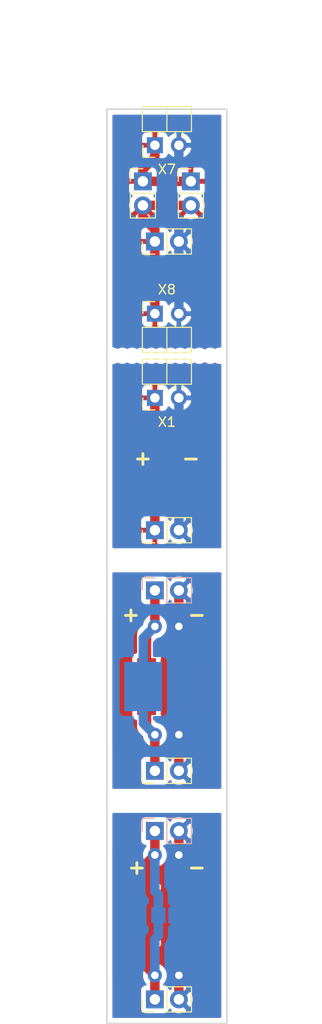
<source format=kicad_pcb>
(kicad_pcb (version 20171130) (host pcbnew "(5.1.6)-1")

  (general
    (thickness 1.6)
    (drawings 16)
    (tracks 76)
    (zones 0)
    (modules 21)
    (nets 10)
  )

  (page A4)
  (title_block
    (title "Led adapter")
    (date 2019-06-24)
    (rev 2)
    (company EsseivaN)
    (comment 1 "Esseiva Nicolas")
    (comment 2 "Adapteur pour connecter différent boitier de led")
  )

  (layers
    (0 F.Cu signal)
    (31 B.Cu signal)
    (32 B.Adhes user)
    (33 F.Adhes user)
    (34 B.Paste user)
    (35 F.Paste user)
    (36 B.SilkS user)
    (37 F.SilkS user)
    (38 B.Mask user)
    (39 F.Mask user hide)
    (40 Dwgs.User user)
    (41 Cmts.User user)
    (42 Eco1.User user)
    (43 Eco2.User user)
    (44 Edge.Cuts user)
    (45 Margin user)
    (46 B.CrtYd user)
    (47 F.CrtYd user hide)
    (48 B.Fab user)
    (49 F.Fab user hide)
  )

  (setup
    (last_trace_width 1)
    (trace_clearance 0.2)
    (zone_clearance 0.508)
    (zone_45_only yes)
    (trace_min 0.2)
    (via_size 1.5)
    (via_drill 0.8)
    (via_min_size 0.4)
    (via_min_drill 0.3)
    (uvia_size 0.3)
    (uvia_drill 0.1)
    (uvias_allowed no)
    (uvia_min_size 0.2)
    (uvia_min_drill 0.1)
    (edge_width 0.15)
    (segment_width 0.2)
    (pcb_text_width 0.3)
    (pcb_text_size 1.5 1.5)
    (mod_edge_width 0.15)
    (mod_text_size 1 1)
    (mod_text_width 0.15)
    (pad_size 0.5 0.5)
    (pad_drill 0.5)
    (pad_to_mask_clearance 0.2)
    (aux_axis_origin 0 0)
    (grid_origin 100 50)
    (visible_elements 7FFFFF7F)
    (pcbplotparams
      (layerselection 0x010f0_ffffffff)
      (usegerberextensions false)
      (usegerberattributes false)
      (usegerberadvancedattributes false)
      (creategerberjobfile false)
      (excludeedgelayer true)
      (linewidth 0.100000)
      (plotframeref false)
      (viasonmask false)
      (mode 1)
      (useauxorigin false)
      (hpglpennumber 1)
      (hpglpenspeed 20)
      (hpglpendiameter 15.000000)
      (psnegative false)
      (psa4output false)
      (plotreference true)
      (plotvalue true)
      (plotinvisibletext false)
      (padsonsilk false)
      (subtractmaskfromsilk false)
      (outputformat 1)
      (mirror false)
      (drillshape 0)
      (scaleselection 1)
      (outputdirectory "../../Fabrication/DiodeAdapter/Gerber"))
  )

  (net 0 "")
  (net 1 /V+_1)
  (net 2 /GND_1)
  (net 3 /GND_2)
  (net 4 /V+_2)
  (net 5 /V+)
  (net 6 /GND)
  (net 7 "Net-(W1-Pad1)")
  (net 8 "Net-(W1-Pad2)")
  (net 9 "Net-(X7-Pad2)")

  (net_class Default "This is the default net class."
    (clearance 0.2)
    (trace_width 1)
    (via_dia 1.5)
    (via_drill 0.8)
    (uvia_dia 0.3)
    (uvia_drill 0.1)
    (add_net /GND)
    (add_net /GND_1)
    (add_net /GND_2)
    (add_net /V+)
    (add_net /V+_1)
    (add_net /V+_2)
    (add_net "Net-(W1-Pad1)")
    (add_net "Net-(W1-Pad2)")
    (add_net "Net-(X7-Pad2)")
  )

  (module 0EsseivaN_Lib:BoardCutter_2 (layer F.Cu) (tedit 5B795DDD) (tstamp 5D110008)
    (at 111.43 123.025)
    (fp_text reference REF** (at 1.27 -2.54) (layer F.SilkS) hide
      (effects (font (size 1 1) (thickness 0.15)))
    )
    (fp_text value BoardCutter_2 (at 5.08 -1.27) (layer F.Fab) hide
      (effects (font (size 1 1) (thickness 0.15)))
    )
    (fp_line (start 1 -0.5) (end -1 -0.5) (layer F.CrtYd) (width 0.15))
    (fp_line (start -1 -0.5) (end -1 0.5) (layer F.CrtYd) (width 0.15))
    (fp_line (start -1 0.5) (end 1 0.5) (layer F.CrtYd) (width 0.15))
    (fp_line (start 1 -0.5) (end 1 0.5) (layer F.CrtYd) (width 0.15))
    (pad "" np_thru_hole circle (at 0.5 0) (size 0.7 0.7) (drill 0.7) (layers *.Cu *.Mask))
    (pad "" np_thru_hole circle (at -0.5 0) (size 0.7 0.7) (drill 0.7) (layers *.Cu *.Mask))
  )

  (module 0EsseivaN_Lib:BoardCutter_2 (layer F.Cu) (tedit 5B795DDD) (tstamp 5D10FDF3)
    (at 111.43 97.625)
    (fp_text reference REF** (at 1.27 -2.54) (layer F.SilkS) hide
      (effects (font (size 1 1) (thickness 0.15)))
    )
    (fp_text value BoardCutter_2 (at 5.08 -1.27) (layer F.Fab) hide
      (effects (font (size 1 1) (thickness 0.15)))
    )
    (fp_line (start 1 -0.5) (end 1 0.5) (layer F.CrtYd) (width 0.15))
    (fp_line (start -1 0.5) (end 1 0.5) (layer F.CrtYd) (width 0.15))
    (fp_line (start -1 -0.5) (end -1 0.5) (layer F.CrtYd) (width 0.15))
    (fp_line (start 1 -0.5) (end -1 -0.5) (layer F.CrtYd) (width 0.15))
    (pad "" np_thru_hole circle (at -0.5 0) (size 0.7 0.7) (drill 0.7) (layers *.Cu *.Mask))
    (pad "" np_thru_hole circle (at 0.5 0) (size 0.7 0.7) (drill 0.7) (layers *.Cu *.Mask))
  )

  (module 0EsseivaN_Lib:BoardCutter_2 locked (layer F.Cu) (tedit 5B795DDD) (tstamp 5D10FF80)
    (at 111.43 76.035)
    (fp_text reference REF** (at 1.27 -2.54) (layer F.SilkS) hide
      (effects (font (size 1 1) (thickness 0.15)))
    )
    (fp_text value BoardCutter_2 (at 5.08 -1.27) (layer F.Fab) hide
      (effects (font (size 1 1) (thickness 0.15)))
    )
    (fp_line (start 1 -0.5) (end -1 -0.5) (layer F.CrtYd) (width 0.15))
    (fp_line (start -1 -0.5) (end -1 0.5) (layer F.CrtYd) (width 0.15))
    (fp_line (start -1 0.5) (end 1 0.5) (layer F.CrtYd) (width 0.15))
    (fp_line (start 1 -0.5) (end 1 0.5) (layer F.CrtYd) (width 0.15))
    (pad "" np_thru_hole circle (at 0.5 0) (size 0.7 0.7) (drill 0.7) (layers *.Cu *.Mask))
    (pad "" np_thru_hole circle (at -0.5 0) (size 0.7 0.7) (drill 0.7) (layers *.Cu *.Mask))
  )

  (module 0EsseivaN_Lib:BoardCutter_10 locked (layer F.Cu) (tedit 5D04A8B2) (tstamp 5D10FFE6)
    (at 100.635 123.025)
    (fp_text reference REF** (at 1.27 -2.54) (layer F.SilkS) hide
      (effects (font (size 1 1) (thickness 0.15)))
    )
    (fp_text value BoardCutter_10 (at 5.08 -1.27) (layer F.Fab) hide
      (effects (font (size 1 1) (thickness 0.15)))
    )
    (fp_line (start 9.652 -0.5) (end -0.492 -0.5) (layer F.CrtYd) (width 0.15))
    (fp_line (start -0.492 -0.5) (end -0.492 0.5) (layer F.CrtYd) (width 0.15))
    (fp_line (start -0.492 0.5) (end 9.652 0.5) (layer F.CrtYd) (width 0.15))
    (fp_line (start 9.652 -0.508) (end 9.652 0.5) (layer F.CrtYd) (width 0.15))
    (pad "" np_thru_hole circle (at 9.144 0) (size 0.7 0.7) (drill 0.7) (layers *.Cu *.Mask))
    (pad "" np_thru_hole circle (at 8.128 0) (size 0.7 0.7) (drill 0.7) (layers *.Cu *.Mask))
    (pad "" np_thru_hole circle (at 7.112 0) (size 0.7 0.7) (drill 0.7) (layers *.Cu *.Mask))
    (pad "" np_thru_hole circle (at 6.096 0) (size 0.7 0.7) (drill 0.7) (layers *.Cu *.Mask))
    (pad "" np_thru_hole circle (at 5.08 0) (size 0.7 0.7) (drill 0.7) (layers *.Cu *.Mask))
    (pad "" np_thru_hole circle (at 4.064 0) (size 0.7 0.7) (drill 0.7) (layers *.Cu *.Mask))
    (pad "" np_thru_hole circle (at 3.048 0) (size 0.7 0.7) (drill 0.7) (layers *.Cu *.Mask))
    (pad "" np_thru_hole circle (at 2.032 0) (size 0.7 0.7) (drill 0.7) (layers *.Cu *.Mask))
    (pad "" np_thru_hole circle (at 1.008 0) (size 0.7 0.7) (drill 0.7) (layers *.Cu *.Mask))
    (pad "" np_thru_hole circle (at 0.008 0) (size 0.7 0.7) (drill 0.7) (layers *.Cu *.Mask))
  )

  (module 0EsseivaN_Lib:BoardCutter_10 locked (layer F.Cu) (tedit 5D04A8B2) (tstamp 5D10FFA2)
    (at 100.635 97.625)
    (fp_text reference REF** (at 1.27 -2.54) (layer F.SilkS) hide
      (effects (font (size 1 1) (thickness 0.15)))
    )
    (fp_text value BoardCutter_10 (at 5.08 -1.27) (layer F.Fab) hide
      (effects (font (size 1 1) (thickness 0.15)))
    )
    (fp_line (start 9.652 -0.5) (end -0.492 -0.5) (layer F.CrtYd) (width 0.15))
    (fp_line (start -0.492 -0.5) (end -0.492 0.5) (layer F.CrtYd) (width 0.15))
    (fp_line (start -0.492 0.5) (end 9.652 0.5) (layer F.CrtYd) (width 0.15))
    (fp_line (start 9.652 -0.508) (end 9.652 0.5) (layer F.CrtYd) (width 0.15))
    (pad "" np_thru_hole circle (at 9.144 0) (size 0.7 0.7) (drill 0.7) (layers *.Cu *.Mask))
    (pad "" np_thru_hole circle (at 8.128 0) (size 0.7 0.7) (drill 0.7) (layers *.Cu *.Mask))
    (pad "" np_thru_hole circle (at 7.112 0) (size 0.7 0.7) (drill 0.7) (layers *.Cu *.Mask))
    (pad "" np_thru_hole circle (at 6.096 0) (size 0.7 0.7) (drill 0.7) (layers *.Cu *.Mask))
    (pad "" np_thru_hole circle (at 5.08 0) (size 0.7 0.7) (drill 0.7) (layers *.Cu *.Mask))
    (pad "" np_thru_hole circle (at 4.064 0) (size 0.7 0.7) (drill 0.7) (layers *.Cu *.Mask))
    (pad "" np_thru_hole circle (at 3.048 0) (size 0.7 0.7) (drill 0.7) (layers *.Cu *.Mask))
    (pad "" np_thru_hole circle (at 2.032 0) (size 0.7 0.7) (drill 0.7) (layers *.Cu *.Mask))
    (pad "" np_thru_hole circle (at 1.008 0) (size 0.7 0.7) (drill 0.7) (layers *.Cu *.Mask))
    (pad "" np_thru_hole circle (at 0.008 0) (size 0.7 0.7) (drill 0.7) (layers *.Cu *.Mask))
  )

  (module 0EsseivaN_Lib:BoardCutter_10 locked (layer F.Cu) (tedit 5D04A8B2) (tstamp 5D10FF25)
    (at 100.635 76.035)
    (fp_text reference REF** (at 1.27 -2.54) (layer F.SilkS) hide
      (effects (font (size 1 1) (thickness 0.15)))
    )
    (fp_text value BoardCutter_10 (at 5.08 -1.27) (layer F.Fab) hide
      (effects (font (size 1 1) (thickness 0.15)))
    )
    (fp_line (start 9.652 -0.5) (end -0.492 -0.5) (layer F.CrtYd) (width 0.15))
    (fp_line (start -0.492 -0.5) (end -0.492 0.5) (layer F.CrtYd) (width 0.15))
    (fp_line (start -0.492 0.5) (end 9.652 0.5) (layer F.CrtYd) (width 0.15))
    (fp_line (start 9.652 -0.508) (end 9.652 0.5) (layer F.CrtYd) (width 0.15))
    (pad "" np_thru_hole circle (at 9.144 0) (size 0.7 0.7) (drill 0.7) (layers *.Cu *.Mask))
    (pad "" np_thru_hole circle (at 8.128 0) (size 0.7 0.7) (drill 0.7) (layers *.Cu *.Mask))
    (pad "" np_thru_hole circle (at 7.112 0) (size 0.7 0.7) (drill 0.7) (layers *.Cu *.Mask))
    (pad "" np_thru_hole circle (at 6.096 0) (size 0.7 0.7) (drill 0.7) (layers *.Cu *.Mask))
    (pad "" np_thru_hole circle (at 5.08 0) (size 0.7 0.7) (drill 0.7) (layers *.Cu *.Mask))
    (pad "" np_thru_hole circle (at 4.064 0) (size 0.7 0.7) (drill 0.7) (layers *.Cu *.Mask))
    (pad "" np_thru_hole circle (at 3.048 0) (size 0.7 0.7) (drill 0.7) (layers *.Cu *.Mask))
    (pad "" np_thru_hole circle (at 2.032 0) (size 0.7 0.7) (drill 0.7) (layers *.Cu *.Mask))
    (pad "" np_thru_hole circle (at 1.008 0) (size 0.7 0.7) (drill 0.7) (layers *.Cu *.Mask))
    (pad "" np_thru_hole circle (at 0.008 0) (size 0.7 0.7) (drill 0.7) (layers *.Cu *.Mask))
  )

  (module 0EsseivaN_Lib:Pin_Header_Straight_1x02_Pitch2.54mm (layer F.Cu) (tedit 5CC42016) (tstamp 5D10FD7B)
    (at 108.89 58.89)
    (descr "Through hole straight pin header, 1x02, 2.54mm pitch, single row")
    (tags "Through hole pin header THT 1x02 2.54mm single row")
    (path /5D119703)
    (fp_text reference W2 (at 0 -3.6) (layer F.SilkS) hide
      (effects (font (size 1 1) (thickness 0.15)))
    )
    (fp_text value TEST_2P (at 0 3.6) (layer F.Fab)
      (effects (font (size 1 1) (thickness 0.15)))
    )
    (fp_line (start 1.8 -3.07) (end -1.8 -3.07) (layer F.CrtYd) (width 0.05))
    (fp_line (start 1.8 3.08) (end 1.8 -3.07) (layer F.CrtYd) (width 0.05))
    (fp_line (start -1.8 3.08) (end 1.8 3.08) (layer F.CrtYd) (width 0.05))
    (fp_line (start -1.8 -3.07) (end -1.8 3.08) (layer F.CrtYd) (width 0.05))
    (fp_line (start -1.33 -2.6) (end 0 -2.6) (layer F.SilkS) (width 0.12))
    (fp_line (start -1.33 -1.27) (end -1.33 -2.6) (layer F.SilkS) (width 0.12))
    (fp_line (start -1.33 0) (end 1.33 0) (layer F.SilkS) (width 0.12))
    (fp_line (start 1.33 0) (end 1.33 2.6) (layer F.SilkS) (width 0.12))
    (fp_line (start -1.33 0) (end -1.33 2.6) (layer F.SilkS) (width 0.12))
    (fp_line (start -1.33 2.6) (end 1.33 2.6) (layer F.SilkS) (width 0.12))
    (fp_line (start -1.27 -1.905) (end -0.635 -2.54) (layer F.Fab) (width 0.1))
    (fp_line (start -1.27 2.54) (end -1.27 -1.905) (layer F.Fab) (width 0.1))
    (fp_line (start 1.27 2.54) (end -1.27 2.54) (layer F.Fab) (width 0.1))
    (fp_line (start 1.27 -2.54) (end 1.27 2.54) (layer F.Fab) (width 0.1))
    (fp_line (start -0.635 -2.54) (end 1.27 -2.54) (layer F.Fab) (width 0.1))
    (fp_text user %R (at 0 0 90) (layer F.Fab)
      (effects (font (size 1 1) (thickness 0.15)))
    )
    (pad 1 thru_hole rect (at 0 -1.27) (size 1.9 1.9) (drill 1.1) (layers *.Cu *.Mask)
      (net 7 "Net-(W1-Pad1)"))
    (pad 2 thru_hole circle (at 0 1.27) (size 1.9 1.9) (drill 1.1) (layers *.Cu *.Mask)
      (net 8 "Net-(W1-Pad2)"))
    (model ${KISYS3DMOD}/Pin_Headers.3dshapes/Pin_Header_Straight_1x02_Pitch2.54mm.wrl
      (offset (xyz 0 1.27 0))
      (scale (xyz 1 1 1))
      (rotate (xyz 0 0 0))
    )
  )

  (module 0EsseivaN_Lib:LED_XQ_D (layer B.Cu) (tedit 5B793ED2) (tstamp 5D10D6B1)
    (at 106.35 135.09 90)
    (path /5B7938AC)
    (fp_text reference P4 (at 0 -2.75 90) (layer B.SilkS) hide
      (effects (font (size 1 1) (thickness 0.15)) (justify mirror))
    )
    (fp_text value LED (at -0.05 0.35 90) (layer B.Fab)
      (effects (font (size 1 1) (thickness 0.15)) (justify mirror))
    )
    (fp_line (start 1.016 2.032) (end -1.016 2.032) (layer B.CrtYd) (width 0.15))
    (fp_line (start -1.016 2.032) (end -1.016 -2.032) (layer B.CrtYd) (width 0.15))
    (fp_line (start -1.016 -2.032) (end 1.016 -2.032) (layer B.CrtYd) (width 0.15))
    (fp_line (start 1.016 -2.032) (end 1.016 2.032) (layer B.CrtYd) (width 0.15))
    (fp_line (start 0.75 -0.15) (end 0.2 -0.15) (layer B.Fab) (width 0.07))
    (fp_line (start 0.2 -0.15) (end 0 -0.3) (layer B.Fab) (width 0.07))
    (fp_line (start 0 -0.3) (end -0.2 -0.15) (layer B.Fab) (width 0.07))
    (fp_line (start -0.2 -0.15) (end -0.75 -0.15) (layer B.Fab) (width 0.07))
    (fp_line (start -0.75 -0.15) (end -0.75 -0.75) (layer B.Fab) (width 0.07))
    (fp_line (start -0.75 -0.75) (end 0.75 -0.75) (layer B.Fab) (width 0.07))
    (fp_line (start 0.75 -0.75) (end 0.75 -0.15) (layer B.Fab) (width 0.07))
    (fp_text user K (at 1.9 -1.1 90) (layer B.SilkS) hide
      (effects (font (size 1 1) (thickness 0.15)) (justify mirror))
    )
    (pad 1 smd rect (at 0 0.9 90) (size 1.65 1.5) (layers B.Cu B.Paste B.Mask)
      (net 3 /GND_2))
    (pad 2 smd rect (at 0 -0.9 90) (size 1.65 1.5) (layers B.Cu B.Paste B.Mask)
      (net 4 /V+_2))
  )

  (module 0EsseivaN_Lib:LED_LH351D (layer F.Cu) (tedit 5D10A2FF) (tstamp 5D10D6E6)
    (at 106.35 135.09 90)
    (tags "XLAMP XT-E LED LH351D")
    (path /5B793512)
    (fp_text reference P3 (at -1 4.5 90) (layer F.SilkS) hide
      (effects (font (size 1 1) (thickness 0.15)))
    )
    (fp_text value LED (at 0 -3 90) (layer F.Fab)
      (effects (font (size 1 1) (thickness 0.15)))
    )
    (fp_line (start 3.556 -3.556) (end -3.556 -3.556) (layer F.CrtYd) (width 0.15))
    (fp_line (start -3.556 -3.556) (end -3.556 3.556) (layer F.CrtYd) (width 0.15))
    (fp_line (start -3.556 3.556) (end 3.556 3.556) (layer F.CrtYd) (width 0.15))
    (fp_line (start 3.556 3.556) (end 3.556 -3.556) (layer F.CrtYd) (width 0.15))
    (fp_circle (center 0 0) (end 1.825 0) (layer F.Fab) (width 0.1))
    (fp_line (start -1.75 1.75) (end -1.75 -1.75) (layer F.Fab) (width 0.1))
    (fp_line (start -1.75 -1.75) (end 1.75 -1.75) (layer F.Fab) (width 0.1))
    (fp_line (start 1.75 -1.75) (end 1.75 1.75) (layer F.Fab) (width 0.1))
    (fp_line (start 1.75 1.75) (end -1.75 1.75) (layer F.Fab) (width 0.1))
    (fp_text user - (at 4.445 1.27 90) (layer F.Fab)
      (effects (font (size 1 1) (thickness 0.15)))
    )
    (fp_text user K (at 2.5 4.5 90) (layer F.SilkS) hide
      (effects (font (size 1 1) (thickness 0.15)))
    )
    (fp_text user A (at 2.4 -1.4 90) (layer F.Fab)
      (effects (font (size 1 1) (thickness 0.15)))
    )
    (fp_text user K (at 2.5 4.5 90) (layer F.SilkS) hide
      (effects (font (size 1 1) (thickness 0.15)))
    )
    (fp_text user "XLAMP XT-E compatible" (at 0 -4.5 90) (layer F.Fab) hide
      (effects (font (size 1 1) (thickness 0.15)))
    )
    (pad 2 smd rect (at 0 -2.15 90) (size 6 2) (layers F.Cu F.Paste F.Mask)
      (net 4 /V+_2))
    (pad 1 smd rect (at 0 2.15 90) (size 6 2) (layers F.Cu F.Paste F.Mask)
      (net 3 /GND_2))
    (pad 1 smd rect (at 0 0 90) (size 6 1.3) (layers F.Cu F.Paste F.Mask)
      (net 3 /GND_2))
  )

  (module 0EsseivaN_Lib:LED_LH351D (layer F.Cu) (tedit 5D10A2FF) (tstamp 5D10D5B7)
    (at 106.35 110.96 90)
    (tags "XLAMP XT-E LED LH351D")
    (path /5B792FA8)
    (fp_text reference P1 (at -1 4.5 90) (layer F.SilkS) hide
      (effects (font (size 1 1) (thickness 0.15)))
    )
    (fp_text value LED (at 0 -3 90) (layer F.Fab)
      (effects (font (size 1 1) (thickness 0.15)))
    )
    (fp_line (start 3.556 -3.556) (end -3.556 -3.556) (layer F.CrtYd) (width 0.15))
    (fp_line (start -3.556 -3.556) (end -3.556 3.556) (layer F.CrtYd) (width 0.15))
    (fp_line (start -3.556 3.556) (end 3.556 3.556) (layer F.CrtYd) (width 0.15))
    (fp_line (start 3.556 3.556) (end 3.556 -3.556) (layer F.CrtYd) (width 0.15))
    (fp_circle (center 0 0) (end 1.825 0) (layer F.Fab) (width 0.1))
    (fp_line (start -1.75 1.75) (end -1.75 -1.75) (layer F.Fab) (width 0.1))
    (fp_line (start -1.75 -1.75) (end 1.75 -1.75) (layer F.Fab) (width 0.1))
    (fp_line (start 1.75 -1.75) (end 1.75 1.75) (layer F.Fab) (width 0.1))
    (fp_line (start 1.75 1.75) (end -1.75 1.75) (layer F.Fab) (width 0.1))
    (fp_text user - (at 4.445 1.27 90) (layer F.Fab)
      (effects (font (size 1 1) (thickness 0.15)))
    )
    (fp_text user K (at 2.5 4.5 90) (layer F.SilkS) hide
      (effects (font (size 1 1) (thickness 0.15)))
    )
    (fp_text user A (at 2.4 -1.4 90) (layer F.Fab)
      (effects (font (size 1 1) (thickness 0.15)))
    )
    (fp_text user K (at 2.5 4.5 90) (layer F.SilkS) hide
      (effects (font (size 1 1) (thickness 0.15)))
    )
    (fp_text user "XLAMP XT-E compatible" (at 0 -4.5 90) (layer F.Fab) hide
      (effects (font (size 1 1) (thickness 0.15)))
    )
    (pad 2 smd rect (at 0 -2.15 90) (size 6 2) (layers F.Cu F.Paste F.Mask)
      (net 1 /V+_1))
    (pad 1 smd rect (at 0 2.15 90) (size 6 2) (layers F.Cu F.Paste F.Mask)
      (net 2 /GND_1))
    (pad 1 smd rect (at 0 0 90) (size 6 1.3) (layers F.Cu F.Paste F.Mask)
      (net 2 /GND_1))
  )

  (module 0EsseivaN_Lib:LED_LITTLE_STAR (layer B.Cu) (tedit 5D10A3A9) (tstamp 5D10D61E)
    (at 106.35 110.96 90)
    (path /5B793799)
    (fp_text reference P2 (at 6 1 90) (layer B.SilkS) hide
      (effects (font (size 1 1) (thickness 0.15)) (justify mirror))
    )
    (fp_text value LED (at 0 0 90) (layer B.Fab)
      (effects (font (size 1 1) (thickness 0.15)) (justify mirror))
    )
    (fp_line (start 3.048 4.572) (end -3.048 4.572) (layer B.CrtYd) (width 0.15))
    (fp_line (start -3.048 4.572) (end -3.048 -4.572) (layer B.CrtYd) (width 0.15))
    (fp_line (start -3.048 -4.572) (end 3.048 -4.572) (layer B.CrtYd) (width 0.15))
    (fp_line (start 3.048 -4.572) (end 3.048 4.572) (layer B.CrtYd) (width 0.15))
    (fp_line (start -3 3) (end 3 3) (layer B.Fab) (width 0.15))
    (fp_line (start 3 3) (end 3 -3) (layer B.Fab) (width 0.15))
    (fp_line (start 3 -3) (end -3 -3) (layer B.Fab) (width 0.15))
    (fp_line (start -3 -3) (end -3 3) (layer B.Fab) (width 0.15))
    (fp_text user - (at 4.064 3 90) (layer B.Fab) hide
      (effects (font (size 1 1) (thickness 0.15)) (justify mirror))
    )
    (fp_text user K (at 5 3 90) (layer B.SilkS) hide
      (effects (font (size 1 1) (thickness 0.15)) (justify mirror))
    )
    (pad 1 smd rect (at 0 3 90) (size 5.2 3) (layers B.Cu B.Paste B.Mask)
      (net 2 /GND_1))
    (pad 2 smd rect (at 0 -2.5 90) (size 5.2 4) (layers B.Cu B.Paste B.Mask)
      (net 1 /V+_1))
  )

  (module 0EsseivaN_Lib:Pin_Header_Angled_1x02_Pitch2.54mm (layer F.Cu) (tedit 5D10AA07) (tstamp 5D10D9C3)
    (at 106.35 80.48 90)
    (descr "Through hole angled pin header, 1x02, 2.54mm pitch, 6mm pin length, single row")
    (tags "Through hole angled pin header THT 1x02 2.54mm single row")
    (path /5B79454B)
    (fp_text reference X1 (at -2.54 0 180) (layer F.SilkS)
      (effects (font (size 1 1) (thickness 0.15)))
    )
    (fp_text value CONN_01X02 (at 4.385 3.54 90) (layer F.Fab)
      (effects (font (size 1 1) (thickness 0.15)))
    )
    (fp_line (start 2.135 -2.54) (end 4.04 -2.54) (layer F.Fab) (width 0.1))
    (fp_line (start 4.04 -2.54) (end 4.04 2.54) (layer F.Fab) (width 0.1))
    (fp_line (start 4.04 2.54) (end 1.5 2.54) (layer F.Fab) (width 0.1))
    (fp_line (start 1.5 2.54) (end 1.5 -1.905) (layer F.Fab) (width 0.1))
    (fp_line (start 1.5 -1.905) (end 2.135 -2.54) (layer F.Fab) (width 0.1))
    (fp_line (start -0.32 -1.59) (end 1.5 -1.59) (layer F.Fab) (width 0.1))
    (fp_line (start -0.32 -1.59) (end -0.32 -0.95) (layer F.Fab) (width 0.1))
    (fp_line (start -0.32 -0.95) (end 1.5 -0.95) (layer F.Fab) (width 0.1))
    (fp_line (start -0.32 0.95) (end 1.5 0.95) (layer F.Fab) (width 0.1))
    (fp_line (start -0.32 0.95) (end -0.32 1.59) (layer F.Fab) (width 0.1))
    (fp_line (start -0.32 1.59) (end 1.5 1.59) (layer F.Fab) (width 0.1))
    (fp_line (start 4.04 0.95) (end 10.04 0.95) (layer F.Fab) (width 0.1))
    (fp_line (start 10.04 0.95) (end 10.04 1.59) (layer F.Fab) (width 0.1))
    (fp_line (start 4.04 1.59) (end 10.04 1.59) (layer F.Fab) (width 0.1))
    (fp_line (start 1.44 -2.6) (end 1.44 2.6) (layer F.SilkS) (width 0.12))
    (fp_line (start 1.44 2.6) (end 4.1 2.6) (layer F.SilkS) (width 0.12))
    (fp_line (start 4.1 2.6) (end 4.1 -2.6) (layer F.SilkS) (width 0.12))
    (fp_line (start 4.1 -2.6) (end 1.44 -2.6) (layer F.SilkS) (width 0.12))
    (fp_line (start 1.11 -1.65) (end 1.44 -1.65) (layer F.SilkS) (width 0.12))
    (fp_line (start 1.11 -0.89) (end 1.44 -0.89) (layer F.SilkS) (width 0.12))
    (fp_line (start 1.44 0) (end 4.1 0) (layer F.SilkS) (width 0.12))
    (fp_line (start 1.042929 0.89) (end 1.44 0.89) (layer F.SilkS) (width 0.12))
    (fp_line (start 1.042929 1.65) (end 1.44 1.65) (layer F.SilkS) (width 0.12))
    (fp_line (start -1.27 -1.27) (end -1.27 -2.54) (layer F.SilkS) (width 0.12))
    (fp_line (start -1.27 -2.54) (end 0 -2.54) (layer F.SilkS) (width 0.12))
    (fp_line (start -1.8 -3.07) (end -1.8 3.08) (layer F.CrtYd) (width 0.05))
    (fp_line (start -1.8 3.08) (end 10.55 3.08) (layer F.CrtYd) (width 0.05))
    (fp_line (start 10.55 3.08) (end 10.55 -3.07) (layer F.CrtYd) (width 0.05))
    (fp_line (start 10.55 -3.07) (end -1.8 -3.07) (layer F.CrtYd) (width 0.05))
    (fp_poly (pts (xy 10.04 -1.59) (xy 10.04 -0.95) (xy 4.04 -0.95) (xy 4.04 -1.59)) (layer F.Fab) (width 0.1))
    (fp_text user %R (at 2.77 0 180) (layer F.Fab)
      (effects (font (size 1 1) (thickness 0.15)))
    )
    (pad 2 thru_hole oval (at 0 1.27 90) (size 1.7 1.7) (drill 1) (layers *.Cu *.Mask)
      (net 6 /GND))
    (pad 1 thru_hole rect (at 0 -1.27 90) (size 1.7 1.7) (drill 1) (layers *.Cu *.Mask)
      (net 5 /V+))
    (model ${KISYS3DMOD}/Pin_Headers.3dshapes/Pin_Header_Angled_1x02_Pitch2.54mm.wrl
      (offset (xyz 0 1.27 0))
      (scale (xyz 1 1 1))
      (rotate (xyz 0 0 0))
    )
  )

  (module 0EsseivaN_Lib:Pin_Header_Straight_1x02_Pitch2.54mm (layer F.Cu) (tedit 5CC42016) (tstamp 5D10DABA)
    (at 106.35 94.45 90)
    (descr "Through hole straight pin header, 1x02, 2.54mm pitch, single row")
    (tags "Through hole pin header THT 1x02 2.54mm single row")
    (path /5B792D6D)
    (fp_text reference X2 (at 0 -3.6 90) (layer F.SilkS) hide
      (effects (font (size 1 1) (thickness 0.15)))
    )
    (fp_text value CONN_01X02 (at 0 3.6 90) (layer F.Fab)
      (effects (font (size 1 1) (thickness 0.15)))
    )
    (fp_line (start -0.635 -2.54) (end 1.27 -2.54) (layer F.Fab) (width 0.1))
    (fp_line (start 1.27 -2.54) (end 1.27 2.54) (layer F.Fab) (width 0.1))
    (fp_line (start 1.27 2.54) (end -1.27 2.54) (layer F.Fab) (width 0.1))
    (fp_line (start -1.27 2.54) (end -1.27 -1.905) (layer F.Fab) (width 0.1))
    (fp_line (start -1.27 -1.905) (end -0.635 -2.54) (layer F.Fab) (width 0.1))
    (fp_line (start -1.33 2.6) (end 1.33 2.6) (layer F.SilkS) (width 0.12))
    (fp_line (start -1.33 0) (end -1.33 2.6) (layer F.SilkS) (width 0.12))
    (fp_line (start 1.33 0) (end 1.33 2.6) (layer F.SilkS) (width 0.12))
    (fp_line (start -1.33 0) (end 1.33 0) (layer F.SilkS) (width 0.12))
    (fp_line (start -1.33 -1.27) (end -1.33 -2.6) (layer F.SilkS) (width 0.12))
    (fp_line (start -1.33 -2.6) (end 0 -2.6) (layer F.SilkS) (width 0.12))
    (fp_line (start -1.8 -3.07) (end -1.8 3.08) (layer F.CrtYd) (width 0.05))
    (fp_line (start -1.8 3.08) (end 1.8 3.08) (layer F.CrtYd) (width 0.05))
    (fp_line (start 1.8 3.08) (end 1.8 -3.07) (layer F.CrtYd) (width 0.05))
    (fp_line (start 1.8 -3.07) (end -1.8 -3.07) (layer F.CrtYd) (width 0.05))
    (fp_text user %R (at 0 0 180) (layer F.Fab)
      (effects (font (size 1 1) (thickness 0.15)))
    )
    (pad 2 thru_hole circle (at 0 1.27 90) (size 1.9 1.9) (drill 1.1) (layers *.Cu *.Mask)
      (net 6 /GND))
    (pad 1 thru_hole rect (at 0 -1.27 90) (size 1.9 1.9) (drill 1.1) (layers *.Cu *.Mask)
      (net 5 /V+))
    (model ${KISYS3DMOD}/Pin_Headers.3dshapes/Pin_Header_Straight_1x02_Pitch2.54mm.wrl
      (offset (xyz 0 1.27 0))
      (scale (xyz 1 1 1))
      (rotate (xyz 0 0 0))
    )
  )

  (module 0EsseivaN_Lib:Pin_Header_Straight_1x02_Pitch2.54mm (layer F.Cu) (tedit 5CC42016) (tstamp 5D10D7BD)
    (at 106.35 119.85 90)
    (descr "Through hole straight pin header, 1x02, 2.54mm pitch, single row")
    (tags "Through hole pin header THT 1x02 2.54mm single row")
    (path /5B792F23)
    (fp_text reference X3 (at 0 -3.6 90) (layer F.SilkS) hide
      (effects (font (size 1 1) (thickness 0.15)))
    )
    (fp_text value CONN_01X02 (at 0 3.6 90) (layer F.Fab)
      (effects (font (size 1 1) (thickness 0.15)))
    )
    (fp_line (start -0.635 -2.54) (end 1.27 -2.54) (layer F.Fab) (width 0.1))
    (fp_line (start 1.27 -2.54) (end 1.27 2.54) (layer F.Fab) (width 0.1))
    (fp_line (start 1.27 2.54) (end -1.27 2.54) (layer F.Fab) (width 0.1))
    (fp_line (start -1.27 2.54) (end -1.27 -1.905) (layer F.Fab) (width 0.1))
    (fp_line (start -1.27 -1.905) (end -0.635 -2.54) (layer F.Fab) (width 0.1))
    (fp_line (start -1.33 2.6) (end 1.33 2.6) (layer F.SilkS) (width 0.12))
    (fp_line (start -1.33 0) (end -1.33 2.6) (layer F.SilkS) (width 0.12))
    (fp_line (start 1.33 0) (end 1.33 2.6) (layer F.SilkS) (width 0.12))
    (fp_line (start -1.33 0) (end 1.33 0) (layer F.SilkS) (width 0.12))
    (fp_line (start -1.33 -1.27) (end -1.33 -2.6) (layer F.SilkS) (width 0.12))
    (fp_line (start -1.33 -2.6) (end 0 -2.6) (layer F.SilkS) (width 0.12))
    (fp_line (start -1.8 -3.07) (end -1.8 3.08) (layer F.CrtYd) (width 0.05))
    (fp_line (start -1.8 3.08) (end 1.8 3.08) (layer F.CrtYd) (width 0.05))
    (fp_line (start 1.8 3.08) (end 1.8 -3.07) (layer F.CrtYd) (width 0.05))
    (fp_line (start 1.8 -3.07) (end -1.8 -3.07) (layer F.CrtYd) (width 0.05))
    (fp_text user %R (at 0 0 180) (layer F.Fab)
      (effects (font (size 1 1) (thickness 0.15)))
    )
    (pad 2 thru_hole circle (at 0 1.27 90) (size 1.9 1.9) (drill 1.1) (layers *.Cu *.Mask)
      (net 2 /GND_1))
    (pad 1 thru_hole rect (at 0 -1.27 90) (size 1.9 1.9) (drill 1.1) (layers *.Cu *.Mask)
      (net 1 /V+_1))
    (model ${KISYS3DMOD}/Pin_Headers.3dshapes/Pin_Header_Straight_1x02_Pitch2.54mm.wrl
      (offset (xyz 0 1.27 0))
      (scale (xyz 1 1 1))
      (rotate (xyz 0 0 0))
    )
  )

  (module 0EsseivaN_Lib:Pin_Header_Straight_1x02_Pitch2.54mm (layer B.Cu) (tedit 5CC42016) (tstamp 5D10D967)
    (at 106.35 100.8 270)
    (descr "Through hole straight pin header, 1x02, 2.54mm pitch, single row")
    (tags "Through hole pin header THT 1x02 2.54mm single row")
    (path /5B793359)
    (fp_text reference X4 (at 0 3.6 270) (layer B.SilkS) hide
      (effects (font (size 1 1) (thickness 0.15)) (justify mirror))
    )
    (fp_text value CONN_01X02 (at 0 -3.6 270) (layer B.Fab)
      (effects (font (size 1 1) (thickness 0.15)) (justify mirror))
    )
    (fp_line (start -0.635 2.54) (end 1.27 2.54) (layer B.Fab) (width 0.1))
    (fp_line (start 1.27 2.54) (end 1.27 -2.54) (layer B.Fab) (width 0.1))
    (fp_line (start 1.27 -2.54) (end -1.27 -2.54) (layer B.Fab) (width 0.1))
    (fp_line (start -1.27 -2.54) (end -1.27 1.905) (layer B.Fab) (width 0.1))
    (fp_line (start -1.27 1.905) (end -0.635 2.54) (layer B.Fab) (width 0.1))
    (fp_line (start -1.33 -2.6) (end 1.33 -2.6) (layer B.SilkS) (width 0.12))
    (fp_line (start -1.33 0) (end -1.33 -2.6) (layer B.SilkS) (width 0.12))
    (fp_line (start 1.33 0) (end 1.33 -2.6) (layer B.SilkS) (width 0.12))
    (fp_line (start -1.33 0) (end 1.33 0) (layer B.SilkS) (width 0.12))
    (fp_line (start -1.33 1.27) (end -1.33 2.6) (layer B.SilkS) (width 0.12))
    (fp_line (start -1.33 2.6) (end 0 2.6) (layer B.SilkS) (width 0.12))
    (fp_line (start -1.8 3.07) (end -1.8 -3.08) (layer B.CrtYd) (width 0.05))
    (fp_line (start -1.8 -3.08) (end 1.8 -3.08) (layer B.CrtYd) (width 0.05))
    (fp_line (start 1.8 -3.08) (end 1.8 3.07) (layer B.CrtYd) (width 0.05))
    (fp_line (start 1.8 3.07) (end -1.8 3.07) (layer B.CrtYd) (width 0.05))
    (fp_text user %R (at 0 0 180) (layer B.Fab)
      (effects (font (size 1 1) (thickness 0.15)) (justify mirror))
    )
    (pad 2 thru_hole circle (at 0 -1.27 270) (size 1.9 1.9) (drill 1.1) (layers *.Cu *.Mask)
      (net 2 /GND_1))
    (pad 1 thru_hole rect (at 0 1.27 270) (size 1.9 1.9) (drill 1.1) (layers *.Cu *.Mask)
      (net 1 /V+_1))
    (model ${KISYS3DMOD}/Pin_Headers.3dshapes/Pin_Header_Straight_1x02_Pitch2.54mm.wrl
      (offset (xyz 0 1.27 0))
      (scale (xyz 1 1 1))
      (rotate (xyz 0 0 0))
    )
  )

  (module 0EsseivaN_Lib:Pin_Header_Straight_1x02_Pitch2.54mm (layer B.Cu) (tedit 5CC42016) (tstamp 5D10DA7B)
    (at 106.35 126.2 270)
    (descr "Through hole straight pin header, 1x02, 2.54mm pitch, single row")
    (tags "Through hole pin header THT 1x02 2.54mm single row")
    (path /5D0769FA)
    (fp_text reference X5 (at 0 3.6 270) (layer B.SilkS) hide
      (effects (font (size 1 1) (thickness 0.15)) (justify mirror))
    )
    (fp_text value CONN_01X02 (at 0 -3.6 270) (layer B.Fab)
      (effects (font (size 1 1) (thickness 0.15)) (justify mirror))
    )
    (fp_line (start -0.635 2.54) (end 1.27 2.54) (layer B.Fab) (width 0.1))
    (fp_line (start 1.27 2.54) (end 1.27 -2.54) (layer B.Fab) (width 0.1))
    (fp_line (start 1.27 -2.54) (end -1.27 -2.54) (layer B.Fab) (width 0.1))
    (fp_line (start -1.27 -2.54) (end -1.27 1.905) (layer B.Fab) (width 0.1))
    (fp_line (start -1.27 1.905) (end -0.635 2.54) (layer B.Fab) (width 0.1))
    (fp_line (start -1.33 -2.6) (end 1.33 -2.6) (layer B.SilkS) (width 0.12))
    (fp_line (start -1.33 0) (end -1.33 -2.6) (layer B.SilkS) (width 0.12))
    (fp_line (start 1.33 0) (end 1.33 -2.6) (layer B.SilkS) (width 0.12))
    (fp_line (start -1.33 0) (end 1.33 0) (layer B.SilkS) (width 0.12))
    (fp_line (start -1.33 1.27) (end -1.33 2.6) (layer B.SilkS) (width 0.12))
    (fp_line (start -1.33 2.6) (end 0 2.6) (layer B.SilkS) (width 0.12))
    (fp_line (start -1.8 3.07) (end -1.8 -3.08) (layer B.CrtYd) (width 0.05))
    (fp_line (start -1.8 -3.08) (end 1.8 -3.08) (layer B.CrtYd) (width 0.05))
    (fp_line (start 1.8 -3.08) (end 1.8 3.07) (layer B.CrtYd) (width 0.05))
    (fp_line (start 1.8 3.07) (end -1.8 3.07) (layer B.CrtYd) (width 0.05))
    (fp_text user %R (at 0 0 180) (layer B.Fab)
      (effects (font (size 1 1) (thickness 0.15)) (justify mirror))
    )
    (pad 2 thru_hole circle (at 0 -1.27 270) (size 1.9 1.9) (drill 1.1) (layers *.Cu *.Mask)
      (net 3 /GND_2))
    (pad 1 thru_hole rect (at 0 1.27 270) (size 1.9 1.9) (drill 1.1) (layers *.Cu *.Mask)
      (net 4 /V+_2))
    (model ${KISYS3DMOD}/Pin_Headers.3dshapes/Pin_Header_Straight_1x02_Pitch2.54mm.wrl
      (offset (xyz 0 1.27 0))
      (scale (xyz 1 1 1))
      (rotate (xyz 0 0 0))
    )
  )

  (module 0EsseivaN_Lib:Pin_Header_Straight_1x02_Pitch2.54mm (layer F.Cu) (tedit 5CC42016) (tstamp 5D10DA3C)
    (at 106.35 143.98 90)
    (descr "Through hole straight pin header, 1x02, 2.54mm pitch, single row")
    (tags "Through hole pin header THT 1x02 2.54mm single row")
    (path /5D076A1C)
    (fp_text reference X6 (at 0 -3.6 90) (layer F.SilkS) hide
      (effects (font (size 1 1) (thickness 0.15)))
    )
    (fp_text value CONN_01X02 (at 0 3.6 90) (layer F.Fab)
      (effects (font (size 1 1) (thickness 0.15)))
    )
    (fp_line (start -0.635 -2.54) (end 1.27 -2.54) (layer F.Fab) (width 0.1))
    (fp_line (start 1.27 -2.54) (end 1.27 2.54) (layer F.Fab) (width 0.1))
    (fp_line (start 1.27 2.54) (end -1.27 2.54) (layer F.Fab) (width 0.1))
    (fp_line (start -1.27 2.54) (end -1.27 -1.905) (layer F.Fab) (width 0.1))
    (fp_line (start -1.27 -1.905) (end -0.635 -2.54) (layer F.Fab) (width 0.1))
    (fp_line (start -1.33 2.6) (end 1.33 2.6) (layer F.SilkS) (width 0.12))
    (fp_line (start -1.33 0) (end -1.33 2.6) (layer F.SilkS) (width 0.12))
    (fp_line (start 1.33 0) (end 1.33 2.6) (layer F.SilkS) (width 0.12))
    (fp_line (start -1.33 0) (end 1.33 0) (layer F.SilkS) (width 0.12))
    (fp_line (start -1.33 -1.27) (end -1.33 -2.6) (layer F.SilkS) (width 0.12))
    (fp_line (start -1.33 -2.6) (end 0 -2.6) (layer F.SilkS) (width 0.12))
    (fp_line (start -1.8 -3.07) (end -1.8 3.08) (layer F.CrtYd) (width 0.05))
    (fp_line (start -1.8 3.08) (end 1.8 3.08) (layer F.CrtYd) (width 0.05))
    (fp_line (start 1.8 3.08) (end 1.8 -3.07) (layer F.CrtYd) (width 0.05))
    (fp_line (start 1.8 -3.07) (end -1.8 -3.07) (layer F.CrtYd) (width 0.05))
    (fp_text user %R (at 0 0 180) (layer F.Fab)
      (effects (font (size 1 1) (thickness 0.15)))
    )
    (pad 2 thru_hole circle (at 0 1.27 90) (size 1.9 1.9) (drill 1.1) (layers *.Cu *.Mask)
      (net 3 /GND_2))
    (pad 1 thru_hole rect (at 0 -1.27 90) (size 1.9 1.9) (drill 1.1) (layers *.Cu *.Mask)
      (net 4 /V+_2))
    (model ${KISYS3DMOD}/Pin_Headers.3dshapes/Pin_Header_Straight_1x02_Pitch2.54mm.wrl
      (offset (xyz 0 1.27 0))
      (scale (xyz 1 1 1))
      (rotate (xyz 0 0 0))
    )
  )

  (module 0EsseivaN_Lib:Pin_Header_Straight_1x02_Pitch2.54mm (layer F.Cu) (tedit 5CC42016) (tstamp 5D10D928)
    (at 103.81 58.89)
    (descr "Through hole straight pin header, 1x02, 2.54mm pitch, single row")
    (tags "Through hole pin header THT 1x02 2.54mm single row")
    (path /5D10DF3F)
    (fp_text reference W1 (at 0 -3.6) (layer F.SilkS) hide
      (effects (font (size 1 1) (thickness 0.15)))
    )
    (fp_text value TEST_2P (at 0 3.6) (layer F.Fab)
      (effects (font (size 1 1) (thickness 0.15)))
    )
    (fp_line (start -0.635 -2.54) (end 1.27 -2.54) (layer F.Fab) (width 0.1))
    (fp_line (start 1.27 -2.54) (end 1.27 2.54) (layer F.Fab) (width 0.1))
    (fp_line (start 1.27 2.54) (end -1.27 2.54) (layer F.Fab) (width 0.1))
    (fp_line (start -1.27 2.54) (end -1.27 -1.905) (layer F.Fab) (width 0.1))
    (fp_line (start -1.27 -1.905) (end -0.635 -2.54) (layer F.Fab) (width 0.1))
    (fp_line (start -1.33 2.6) (end 1.33 2.6) (layer F.SilkS) (width 0.12))
    (fp_line (start -1.33 0) (end -1.33 2.6) (layer F.SilkS) (width 0.12))
    (fp_line (start 1.33 0) (end 1.33 2.6) (layer F.SilkS) (width 0.12))
    (fp_line (start -1.33 0) (end 1.33 0) (layer F.SilkS) (width 0.12))
    (fp_line (start -1.33 -1.27) (end -1.33 -2.6) (layer F.SilkS) (width 0.12))
    (fp_line (start -1.33 -2.6) (end 0 -2.6) (layer F.SilkS) (width 0.12))
    (fp_line (start -1.8 -3.07) (end -1.8 3.08) (layer F.CrtYd) (width 0.05))
    (fp_line (start -1.8 3.08) (end 1.8 3.08) (layer F.CrtYd) (width 0.05))
    (fp_line (start 1.8 3.08) (end 1.8 -3.07) (layer F.CrtYd) (width 0.05))
    (fp_line (start 1.8 -3.07) (end -1.8 -3.07) (layer F.CrtYd) (width 0.05))
    (fp_text user %R (at 0 0 90) (layer F.Fab)
      (effects (font (size 1 1) (thickness 0.15)))
    )
    (pad 2 thru_hole circle (at 0 1.27) (size 1.9 1.9) (drill 1.1) (layers *.Cu *.Mask)
      (net 8 "Net-(W1-Pad2)"))
    (pad 1 thru_hole rect (at 0 -1.27) (size 1.9 1.9) (drill 1.1) (layers *.Cu *.Mask)
      (net 7 "Net-(W1-Pad1)"))
    (model ${KISYS3DMOD}/Pin_Headers.3dshapes/Pin_Header_Straight_1x02_Pitch2.54mm.wrl
      (offset (xyz 0 1.27 0))
      (scale (xyz 1 1 1))
      (rotate (xyz 0 0 0))
    )
  )

  (module 0EsseivaN_Lib:Pin_Header_Angled_1x02_Pitch2.54mm (layer F.Cu) (tedit 5D10AA07) (tstamp 5D10D8AF)
    (at 106.35 53.81 90)
    (descr "Through hole angled pin header, 1x02, 2.54mm pitch, 6mm pin length, single row")
    (tags "Through hole angled pin header THT 1x02 2.54mm single row")
    (path /5D10A1F7)
    (fp_text reference X7 (at -2.54 0 180) (layer F.SilkS)
      (effects (font (size 1 1) (thickness 0.15)))
    )
    (fp_text value CONN_01X02 (at 4.385 3.54 90) (layer F.Fab)
      (effects (font (size 1 1) (thickness 0.15)))
    )
    (fp_line (start 2.135 -2.54) (end 4.04 -2.54) (layer F.Fab) (width 0.1))
    (fp_line (start 4.04 -2.54) (end 4.04 2.54) (layer F.Fab) (width 0.1))
    (fp_line (start 4.04 2.54) (end 1.5 2.54) (layer F.Fab) (width 0.1))
    (fp_line (start 1.5 2.54) (end 1.5 -1.905) (layer F.Fab) (width 0.1))
    (fp_line (start 1.5 -1.905) (end 2.135 -2.54) (layer F.Fab) (width 0.1))
    (fp_line (start -0.32 -1.59) (end 1.5 -1.59) (layer F.Fab) (width 0.1))
    (fp_line (start -0.32 -1.59) (end -0.32 -0.95) (layer F.Fab) (width 0.1))
    (fp_line (start -0.32 -0.95) (end 1.5 -0.95) (layer F.Fab) (width 0.1))
    (fp_line (start -0.32 0.95) (end 1.5 0.95) (layer F.Fab) (width 0.1))
    (fp_line (start -0.32 0.95) (end -0.32 1.59) (layer F.Fab) (width 0.1))
    (fp_line (start -0.32 1.59) (end 1.5 1.59) (layer F.Fab) (width 0.1))
    (fp_line (start 4.04 0.95) (end 10.04 0.95) (layer F.Fab) (width 0.1))
    (fp_line (start 10.04 0.95) (end 10.04 1.59) (layer F.Fab) (width 0.1))
    (fp_line (start 4.04 1.59) (end 10.04 1.59) (layer F.Fab) (width 0.1))
    (fp_line (start 1.44 -2.6) (end 1.44 2.6) (layer F.SilkS) (width 0.12))
    (fp_line (start 1.44 2.6) (end 4.1 2.6) (layer F.SilkS) (width 0.12))
    (fp_line (start 4.1 2.6) (end 4.1 -2.6) (layer F.SilkS) (width 0.12))
    (fp_line (start 4.1 -2.6) (end 1.44 -2.6) (layer F.SilkS) (width 0.12))
    (fp_line (start 1.11 -1.65) (end 1.44 -1.65) (layer F.SilkS) (width 0.12))
    (fp_line (start 1.11 -0.89) (end 1.44 -0.89) (layer F.SilkS) (width 0.12))
    (fp_line (start 1.44 0) (end 4.1 0) (layer F.SilkS) (width 0.12))
    (fp_line (start 1.042929 0.89) (end 1.44 0.89) (layer F.SilkS) (width 0.12))
    (fp_line (start 1.042929 1.65) (end 1.44 1.65) (layer F.SilkS) (width 0.12))
    (fp_line (start -1.27 -1.27) (end -1.27 -2.54) (layer F.SilkS) (width 0.12))
    (fp_line (start -1.27 -2.54) (end 0 -2.54) (layer F.SilkS) (width 0.12))
    (fp_line (start -1.8 -3.07) (end -1.8 3.08) (layer F.CrtYd) (width 0.05))
    (fp_line (start -1.8 3.08) (end 10.55 3.08) (layer F.CrtYd) (width 0.05))
    (fp_line (start 10.55 3.08) (end 10.55 -3.07) (layer F.CrtYd) (width 0.05))
    (fp_line (start 10.55 -3.07) (end -1.8 -3.07) (layer F.CrtYd) (width 0.05))
    (fp_poly (pts (xy 10.04 -1.59) (xy 10.04 -0.95) (xy 4.04 -0.95) (xy 4.04 -1.59)) (layer F.Fab) (width 0.1))
    (fp_text user %R (at 2.77 0 180) (layer F.Fab)
      (effects (font (size 1 1) (thickness 0.15)))
    )
    (pad 2 thru_hole oval (at 0 1.27 90) (size 1.7 1.7) (drill 1) (layers *.Cu *.Mask)
      (net 9 "Net-(X7-Pad2)"))
    (pad 1 thru_hole rect (at 0 -1.27 90) (size 1.7 1.7) (drill 1) (layers *.Cu *.Mask)
      (net 7 "Net-(W1-Pad1)"))
    (model ${KISYS3DMOD}/Pin_Headers.3dshapes/Pin_Header_Angled_1x02_Pitch2.54mm.wrl
      (offset (xyz 0 1.27 0))
      (scale (xyz 1 1 1))
      (rotate (xyz 0 0 0))
    )
  )

  (module 0EsseivaN_Lib:Pin_Header_Straight_1x02_Pitch2.54mm (layer F.Cu) (tedit 5CC42016) (tstamp 5D10DAF9)
    (at 106.35 63.97 90)
    (descr "Through hole straight pin header, 1x02, 2.54mm pitch, single row")
    (tags "Through hole pin header THT 1x02 2.54mm single row")
    (path /5D1101C3)
    (fp_text reference X9 (at 0 -3.6 90) (layer F.SilkS) hide
      (effects (font (size 1 1) (thickness 0.15)))
    )
    (fp_text value CONN_01X02 (at 0 3.6 90) (layer F.Fab)
      (effects (font (size 1 1) (thickness 0.15)))
    )
    (fp_line (start -0.635 -2.54) (end 1.27 -2.54) (layer F.Fab) (width 0.1))
    (fp_line (start 1.27 -2.54) (end 1.27 2.54) (layer F.Fab) (width 0.1))
    (fp_line (start 1.27 2.54) (end -1.27 2.54) (layer F.Fab) (width 0.1))
    (fp_line (start -1.27 2.54) (end -1.27 -1.905) (layer F.Fab) (width 0.1))
    (fp_line (start -1.27 -1.905) (end -0.635 -2.54) (layer F.Fab) (width 0.1))
    (fp_line (start -1.33 2.6) (end 1.33 2.6) (layer F.SilkS) (width 0.12))
    (fp_line (start -1.33 0) (end -1.33 2.6) (layer F.SilkS) (width 0.12))
    (fp_line (start 1.33 0) (end 1.33 2.6) (layer F.SilkS) (width 0.12))
    (fp_line (start -1.33 0) (end 1.33 0) (layer F.SilkS) (width 0.12))
    (fp_line (start -1.33 -1.27) (end -1.33 -2.6) (layer F.SilkS) (width 0.12))
    (fp_line (start -1.33 -2.6) (end 0 -2.6) (layer F.SilkS) (width 0.12))
    (fp_line (start -1.8 -3.07) (end -1.8 3.08) (layer F.CrtYd) (width 0.05))
    (fp_line (start -1.8 3.08) (end 1.8 3.08) (layer F.CrtYd) (width 0.05))
    (fp_line (start 1.8 3.08) (end 1.8 -3.07) (layer F.CrtYd) (width 0.05))
    (fp_line (start 1.8 -3.07) (end -1.8 -3.07) (layer F.CrtYd) (width 0.05))
    (fp_text user %R (at 0 0 180) (layer F.Fab)
      (effects (font (size 1 1) (thickness 0.15)))
    )
    (pad 2 thru_hole circle (at 0 1.27 90) (size 1.9 1.9) (drill 1.1) (layers *.Cu *.Mask)
      (net 9 "Net-(X7-Pad2)"))
    (pad 1 thru_hole rect (at 0 -1.27 90) (size 1.9 1.9) (drill 1.1) (layers *.Cu *.Mask)
      (net 8 "Net-(W1-Pad2)"))
    (model ${KISYS3DMOD}/Pin_Headers.3dshapes/Pin_Header_Straight_1x02_Pitch2.54mm.wrl
      (offset (xyz 0 1.27 0))
      (scale (xyz 1 1 1))
      (rotate (xyz 0 0 0))
    )
  )

  (module 0EsseivaN_Lib:Pin_Header_Angled_1x02_Pitch2.54mm_reverse (layer F.Cu) (tedit 5D10AA6D) (tstamp 5D10FBFD)
    (at 106.35 71.59 270)
    (descr "Through hole angled pin header, 1x02, 2.54mm pitch, 6mm pin length, single row")
    (tags "Through hole angled pin header THT 1x02 2.54mm single row")
    (path /5D10A90F)
    (fp_text reference X8 (at -2.54 0) (layer F.SilkS)
      (effects (font (size 1 1) (thickness 0.15)))
    )
    (fp_text value CONN_01X02 (at 4.385 3.54 270) (layer F.Fab)
      (effects (font (size 1 1) (thickness 0.15)))
    )
    (fp_poly (pts (xy 10.16 1.016) (xy 10.16 1.656) (xy 4.16 1.656) (xy 4.16 1.016)) (layer F.Fab) (width 0.1))
    (fp_line (start 10.55 -3.07) (end -1.8 -3.07) (layer F.CrtYd) (width 0.05))
    (fp_line (start 10.55 3.08) (end 10.55 -3.07) (layer F.CrtYd) (width 0.05))
    (fp_line (start -1.8 3.08) (end 10.55 3.08) (layer F.CrtYd) (width 0.05))
    (fp_line (start -1.8 -3.07) (end -1.8 3.08) (layer F.CrtYd) (width 0.05))
    (fp_line (start -1.27 2.54) (end 0 2.54) (layer F.SilkS) (width 0.12))
    (fp_line (start -1.27 2.54) (end -1.27 1.27) (layer F.SilkS) (width 0.12))
    (fp_line (start 1.042929 1.65) (end 1.44 1.65) (layer F.SilkS) (width 0.12))
    (fp_line (start 1.042929 0.89) (end 1.44 0.89) (layer F.SilkS) (width 0.12))
    (fp_line (start 1.44 0) (end 4.1 0) (layer F.SilkS) (width 0.12))
    (fp_line (start 1.11 -0.89) (end 1.44 -0.89) (layer F.SilkS) (width 0.12))
    (fp_line (start 1.11 -1.65) (end 1.44 -1.65) (layer F.SilkS) (width 0.12))
    (fp_line (start 4.1 -2.6) (end 1.44 -2.6) (layer F.SilkS) (width 0.12))
    (fp_line (start 4.1 2.6) (end 4.1 -2.6) (layer F.SilkS) (width 0.12))
    (fp_line (start 1.44 2.6) (end 4.1 2.6) (layer F.SilkS) (width 0.12))
    (fp_line (start 1.44 -2.6) (end 1.44 2.6) (layer F.SilkS) (width 0.12))
    (fp_line (start 4.04 -0.95) (end 10.04 -0.95) (layer F.Fab) (width 0.1))
    (fp_line (start 10.04 -1.59) (end 10.04 -0.95) (layer F.Fab) (width 0.1))
    (fp_line (start 4.04 -1.59) (end 10.04 -1.59) (layer F.Fab) (width 0.1))
    (fp_line (start -0.32 1.59) (end 1.5 1.59) (layer F.Fab) (width 0.1))
    (fp_line (start -0.32 0.95) (end -0.32 1.59) (layer F.Fab) (width 0.1))
    (fp_line (start -0.32 0.95) (end 1.5 0.95) (layer F.Fab) (width 0.1))
    (fp_line (start -0.32 -0.95) (end 1.5 -0.95) (layer F.Fab) (width 0.1))
    (fp_line (start -0.32 -1.59) (end -0.32 -0.95) (layer F.Fab) (width 0.1))
    (fp_line (start -0.32 -1.59) (end 1.5 -1.59) (layer F.Fab) (width 0.1))
    (fp_line (start 1.5 -1.905) (end 2.135 -2.54) (layer F.Fab) (width 0.1))
    (fp_line (start 1.5 2.54) (end 1.5 -1.905) (layer F.Fab) (width 0.1))
    (fp_line (start 4.04 2.54) (end 1.5 2.54) (layer F.Fab) (width 0.1))
    (fp_line (start 4.04 -2.54) (end 4.04 2.54) (layer F.Fab) (width 0.1))
    (fp_line (start 2.135 -2.54) (end 4.04 -2.54) (layer F.Fab) (width 0.1))
    (fp_text user %R (at 2.77 0) (layer F.Fab)
      (effects (font (size 1 1) (thickness 0.15)))
    )
    (pad 2 thru_hole oval (at 0 -1.27 270) (size 1.7 1.7) (drill 1) (layers *.Cu *.Mask)
      (net 9 "Net-(X7-Pad2)"))
    (pad 1 thru_hole rect (at 0 1.27 270) (size 1.7 1.7) (drill 1) (layers *.Cu *.Mask)
      (net 8 "Net-(W1-Pad2)"))
    (model ${KISYS3DMOD}/Pin_Headers.3dshapes/Pin_Header_Angled_1x02_Pitch2.54mm.wrl
      (offset (xyz 0 1.27 0))
      (scale (xyz 1 1 1))
      (rotate (xyz 0 0 0))
    )
  )

  (dimension 22.86 (width 0.15) (layer Dwgs.User)
    (gr_text "22,860 mm" (at 121.4295 135.09 270) (layer Dwgs.User)
      (effects (font (size 1 1) (thickness 0.15)))
    )
    (feature1 (pts (xy 112.7 146.52) (xy 120.715921 146.52)))
    (feature2 (pts (xy 112.7 123.66) (xy 120.715921 123.66)))
    (crossbar (pts (xy 120.1295 123.66) (xy 120.1295 146.52)))
    (arrow1a (pts (xy 120.1295 146.52) (xy 119.543079 145.393496)))
    (arrow1b (pts (xy 120.1295 146.52) (xy 120.715921 145.393496)))
    (arrow2a (pts (xy 120.1295 123.66) (xy 119.543079 124.786504)))
    (arrow2b (pts (xy 120.1295 123.66) (xy 120.715921 124.786504)))
  )
  (dimension 24.13 (width 0.15) (layer Dwgs.User)
    (gr_text "24,130 mm" (at 121.4295 110.325 270) (layer Dwgs.User)
      (effects (font (size 1 1) (thickness 0.15)))
    )
    (feature1 (pts (xy 112.7 122.39) (xy 120.715921 122.39)))
    (feature2 (pts (xy 112.7 98.26) (xy 120.715921 98.26)))
    (crossbar (pts (xy 120.1295 98.26) (xy 120.1295 122.39)))
    (arrow1a (pts (xy 120.1295 122.39) (xy 119.543079 121.263496)))
    (arrow1b (pts (xy 120.1295 122.39) (xy 120.715921 121.263496)))
    (arrow2a (pts (xy 120.1295 98.26) (xy 119.543079 99.386504)))
    (arrow2b (pts (xy 120.1295 98.26) (xy 120.715921 99.386504)))
  )
  (dimension 20.32 (width 0.15) (layer Dwgs.User)
    (gr_text "20,320 mm" (at 121.366 86.83 270) (layer Dwgs.User)
      (effects (font (size 1 1) (thickness 0.15)))
    )
    (feature1 (pts (xy 112.7 96.99) (xy 120.652421 96.99)))
    (feature2 (pts (xy 112.7 76.67) (xy 120.652421 76.67)))
    (crossbar (pts (xy 120.066 76.67) (xy 120.066 96.99)))
    (arrow1a (pts (xy 120.066 96.99) (xy 119.479579 95.863496)))
    (arrow1b (pts (xy 120.066 96.99) (xy 120.652421 95.863496)))
    (arrow2a (pts (xy 120.066 76.67) (xy 119.479579 77.796504)))
    (arrow2b (pts (xy 120.066 76.67) (xy 120.652421 77.796504)))
  )
  (dimension 25.4 (width 0.15) (layer Dwgs.User)
    (gr_text "25,400 mm" (at 121.3 62.7 270) (layer Dwgs.User)
      (effects (font (size 1 1) (thickness 0.15)))
    )
    (feature1 (pts (xy 112.7 75.4) (xy 120.586421 75.4)))
    (feature2 (pts (xy 112.7 50) (xy 120.586421 50)))
    (crossbar (pts (xy 120 50) (xy 120 75.4)))
    (arrow1a (pts (xy 120 75.4) (xy 119.413579 74.273496)))
    (arrow1b (pts (xy 120 75.4) (xy 120.586421 74.273496)))
    (arrow2a (pts (xy 120 50) (xy 119.413579 51.126504)))
    (arrow2b (pts (xy 120 50) (xy 120.586421 51.126504)))
  )
  (gr_line (start 100 146.52) (end 100 50) (layer Edge.Cuts) (width 0.15) (tstamp 5D10E111))
  (gr_line (start 112.7 146.52) (end 100 146.52) (layer Edge.Cuts) (width 0.15))
  (gr_line (start 112.7 50) (end 112.7 146.52) (layer Edge.Cuts) (width 0.15))
  (gr_line (start 100 50) (end 112.7 50) (layer Edge.Cuts) (width 0.15))
  (dimension 12.7 (width 0.15) (layer Dwgs.User)
    (gr_text "12.700 mm" (at 106.35 39.175) (layer Dwgs.User)
      (effects (font (size 1 1) (thickness 0.15)))
    )
    (feature1 (pts (xy 112.7 50) (xy 112.7 39.888579)))
    (feature2 (pts (xy 100 50) (xy 100 39.888579)))
    (crossbar (pts (xy 100 40.475) (xy 112.7 40.475)))
    (arrow1a (pts (xy 112.7 40.475) (xy 111.573496 41.061421)))
    (arrow1b (pts (xy 112.7 40.475) (xy 111.573496 39.888579)))
    (arrow2a (pts (xy 100 40.475) (xy 101.126504 41.061421)))
    (arrow2b (pts (xy 100 40.475) (xy 101.126504 39.888579)))
  )
  (dimension 96.52 (width 0.15) (layer Dwgs.User)
    (gr_text "96.520 mm" (at 92.35 98.26 90) (layer Dwgs.User)
      (effects (font (size 1 1) (thickness 0.15)))
    )
    (feature1 (pts (xy 100 50) (xy 93.063579 50)))
    (feature2 (pts (xy 100 146.52) (xy 93.063579 146.52)))
    (crossbar (pts (xy 93.65 146.52) (xy 93.65 50)))
    (arrow1a (pts (xy 93.65 50) (xy 94.236421 51.126504)))
    (arrow1b (pts (xy 93.65 50) (xy 93.063579 51.126504)))
    (arrow2a (pts (xy 93.65 146.52) (xy 94.236421 145.393496)))
    (arrow2b (pts (xy 93.65 146.52) (xy 93.063579 145.393496)))
  )
  (gr_text + (at 103.175 130.01) (layer F.SilkS) (tstamp 5D10D71F)
    (effects (font (size 1.5 1.5) (thickness 0.3)))
  )
  (gr_text - (at 109.525 130.01) (layer F.SilkS) (tstamp 5D10D72E)
    (effects (font (size 1.5 1.5) (thickness 0.3)))
  )
  (gr_text - (at 109.525 103.34) (layer F.SilkS) (tstamp 5D10D728)
    (effects (font (size 1.5 1.5) (thickness 0.3)))
  )
  (gr_text + (at 102.54 103.34) (layer F.SilkS) (tstamp 5D10D725)
    (effects (font (size 1.5 1.5) (thickness 0.3)))
  )
  (gr_text + (at 103.81 86.83) (layer F.SilkS) (tstamp 5D10D72B)
    (effects (font (size 1.5 1.5) (thickness 0.3)))
  )
  (gr_text - (at 108.89 86.83) (layer F.SilkS) (tstamp 5D10D722)
    (effects (font (size 1.5 1.5) (thickness 0.3)))
  )

  (via (at 105.08 104.61) (size 1.5) (drill 0.8) (layers F.Cu B.Cu) (net 1) (tstamp 5D10D782))
  (segment (start 105.08 100.8) (end 105.08 104.61) (width 1) (layer F.Cu) (net 1) (tstamp 5D10D755) (status 10))
  (segment (start 105.08 104.61) (end 104.2 105.49) (width 1) (layer F.Cu) (net 1) (tstamp 5D10DB30))
  (via (at 105.08 116.04) (size 1.5) (drill 0.8) (layers F.Cu B.Cu) (net 1) (tstamp 5D10D779))
  (segment (start 105.08 119.85) (end 105.08 116.04) (width 1) (layer F.Cu) (net 1) (tstamp 5D10DB33) (status 10))
  (segment (start 105.08 116.04) (end 104.2 115.16) (width 1) (layer F.Cu) (net 1) (tstamp 5D10DB2D))
  (segment (start 103.85 105.84) (end 105.08 104.61) (width 1) (layer B.Cu) (net 1) (tstamp 5D10DB2A))
  (segment (start 103.85 114.81) (end 105.08 116.04) (width 1) (layer B.Cu) (net 1) (tstamp 5D10DB27))
  (segment (start 104.2 110.96) (end 104.2 105.49) (width 1) (layer F.Cu) (net 1) (tstamp 5D10D70D) (status 10))
  (segment (start 104.2 115.16) (end 104.2 110.96) (width 1) (layer F.Cu) (net 1) (tstamp 5D10D716) (status 20))
  (segment (start 103.85 105.84) (end 103.85 110.96) (width 1) (layer B.Cu) (net 1) (tstamp 5D10D76A) (status 20))
  (segment (start 103.85 114.81) (end 103.85 110.96) (width 1) (layer B.Cu) (net 1) (tstamp 5D10D734) (status 20))
  (via (at 107.62 116.04) (size 1.5) (drill 0.8) (layers F.Cu B.Cu) (net 2) (tstamp 5D10D77F))
  (segment (start 107.62 119.85) (end 107.62 116.04) (width 1) (layer F.Cu) (net 2) (tstamp 5D10DB24) (status 10))
  (segment (start 108.5 115.16) (end 107.62 116.04) (width 1) (layer F.Cu) (net 2) (tstamp 5D10DB3F))
  (segment (start 106.35 114.77) (end 107.62 116.04) (width 1) (layer F.Cu) (net 2) (tstamp 5D10DB42))
  (segment (start 107.62 100.8) (end 107.62 104.61) (width 1) (layer F.Cu) (net 2) (tstamp 5D10DB45) (status 10))
  (segment (start 106.35 105.88) (end 107.62 104.61) (width 1) (layer F.Cu) (net 2) (tstamp 5D10D75E))
  (segment (start 109.35 114.31) (end 107.62 116.04) (width 1) (layer B.Cu) (net 2) (tstamp 5D10D758))
  (segment (start 106.35 105.88) (end 106.35 110.96) (width 1) (layer F.Cu) (net 2) (tstamp 5D10D713) (status 20))
  (segment (start 108.5 110.96) (end 108.5 105.49) (width 1) (layer F.Cu) (net 2) (tstamp 5D10D773) (status 10))
  (segment (start 108.5 110.96) (end 108.5 115.16) (width 1) (layer F.Cu) (net 2) (tstamp 5D10D764) (status 10))
  (segment (start 106.35 114.77) (end 106.35 110.96) (width 1) (layer F.Cu) (net 2) (tstamp 5D10D767) (status 20))
  (segment (start 109.35 106.34) (end 107.62 104.61) (width 1) (layer B.Cu) (net 2) (tstamp 5D10D75B))
  (via (at 107.62 104.61) (size 1.5) (drill 0.8) (layers F.Cu B.Cu) (net 2) (tstamp 5D10D77C))
  (segment (start 109.35 110.96) (end 109.35 106.34) (width 1) (layer B.Cu) (net 2) (tstamp 5D10D710) (status 10))
  (segment (start 109.35 110.96) (end 109.35 114.31) (width 1) (layer B.Cu) (net 2) (tstamp 5D10D503) (status 10))
  (via (at 107.62 128.74) (size 1.5) (drill 0.8) (layers F.Cu B.Cu) (net 3) (tstamp 5D10D74F))
  (segment (start 107.62 126.2) (end 107.62 128.74) (width 1) (layer F.Cu) (net 3) (tstamp 5D10DB36) (status 10))
  (segment (start 108.5 129.62) (end 107.62 128.74) (width 1) (layer F.Cu) (net 3) (tstamp 5D10DB39))
  (segment (start 106.35 130.01) (end 107.62 128.74) (width 1) (layer F.Cu) (net 3) (tstamp 5D10DB3C))
  (via (at 107.62 141.44) (size 1.5) (drill 0.8) (layers F.Cu B.Cu) (net 3) (tstamp 5D10D74C))
  (segment (start 107.62 143.98) (end 107.62 141.44) (width 1) (layer F.Cu) (net 3) (tstamp 5D10D776) (status 10))
  (segment (start 108.5 140.56) (end 107.62 141.44) (width 1) (layer F.Cu) (net 3) (tstamp 5D10D575))
  (segment (start 106.35 140.17) (end 107.62 141.44) (width 1) (layer F.Cu) (net 3) (tstamp 5D10D57E))
  (segment (start 107.62 137.63) (end 107.62 141.44) (width 1) (layer B.Cu) (net 3) (tstamp 5D10D572))
  (segment (start 107.25 137.26) (end 107.62 137.63) (width 1) (layer B.Cu) (net 3) (tstamp 5D10D596))
  (segment (start 107.62 132.55) (end 107.62 128.74) (width 1) (layer B.Cu) (net 3) (tstamp 5D10D59F))
  (segment (start 107.25 132.92) (end 107.62 132.55) (width 1) (layer B.Cu) (net 3) (tstamp 5D10D584))
  (segment (start 106.35 135.09) (end 106.35 130.01) (width 1) (layer F.Cu) (net 3) (tstamp 5D10D731) (status 10))
  (segment (start 108.5 135.09) (end 108.5 129.62) (width 1) (layer F.Cu) (net 3) (tstamp 5D10D500) (status 10))
  (segment (start 108.5 135.09) (end 108.5 140.56) (width 1) (layer F.Cu) (net 3) (tstamp 5D10D56F) (status 10))
  (segment (start 106.35 140.17) (end 106.35 135.09) (width 1) (layer F.Cu) (net 3) (tstamp 5D10D761) (status 20))
  (segment (start 107.25 135.09) (end 107.25 132.92) (width 1) (layer B.Cu) (net 3) (tstamp 5D10D76D) (status 10))
  (segment (start 107.25 137.26) (end 107.25 135.09) (width 1) (layer B.Cu) (net 3) (tstamp 5D10D71C) (status 20))
  (via (at 105.08 128.74) (size 1.5) (drill 0.8) (layers F.Cu B.Cu) (net 4) (tstamp 5D10D752))
  (segment (start 105.08 126.2) (end 105.08 128.74) (width 1) (layer F.Cu) (net 4) (tstamp 5D10D581) (status 10))
  (segment (start 104.2 129.62) (end 105.08 128.74) (width 1) (layer F.Cu) (net 4) (tstamp 5D10D587))
  (via (at 105.08 141.44) (size 1.5) (drill 0.8) (layers F.Cu B.Cu) (net 4) (tstamp 5D10D749))
  (segment (start 105.08 143.98) (end 105.08 141.44) (width 1) (layer F.Cu) (net 4) (tstamp 5D10D59C) (status 10))
  (segment (start 104.2 140.56) (end 105.08 141.44) (width 1) (layer F.Cu) (net 4) (tstamp 5D10D599))
  (segment (start 105.08 137.63) (end 105.08 141.44) (width 1) (layer B.Cu) (net 4) (tstamp 5D10D58A))
  (segment (start 105.45 137.26) (end 105.08 137.63) (width 1) (layer B.Cu) (net 4) (tstamp 5D10D58D))
  (segment (start 105.08 132.55) (end 105.08 128.74) (width 1) (layer B.Cu) (net 4) (tstamp 5D10D593))
  (segment (start 105.45 132.92) (end 105.08 132.55) (width 1) (layer B.Cu) (net 4) (tstamp 5D10D590))
  (segment (start 104.2 135.09) (end 104.2 129.62) (width 1) (layer F.Cu) (net 4) (tstamp 5D10D719) (status 10))
  (segment (start 104.2 135.09) (end 104.2 140.56) (width 1) (layer F.Cu) (net 4) (tstamp 5D10D4FD) (status 10))
  (segment (start 105.45 135.09) (end 105.45 132.92) (width 1) (layer B.Cu) (net 4) (tstamp 5D10D770) (status 10))
  (segment (start 105.45 135.09) (end 105.45 137.26) (width 1) (layer B.Cu) (net 4) (tstamp 5D10D737) (status 10))
  (segment (start 105.08 94.45) (end 105.08 80.48) (width 1) (layer F.Cu) (net 5) (tstamp 5D10D57B) (status 30))
  (segment (start 107.62 80.48) (end 107.62 94.45) (width 1) (layer B.Cu) (net 6) (tstamp 5D10D578) (status 30))
  (segment (start 105.08 53.81) (end 105.08 55.08) (width 1) (layer F.Cu) (net 7) (status 10))
  (segment (start 103.81 56.35) (end 103.81 57.62) (width 1) (layer F.Cu) (net 7) (status 20))
  (segment (start 105.08 55.08) (end 103.81 56.35) (width 1) (layer F.Cu) (net 7))
  (segment (start 103.81 57.62) (end 108.89 57.62) (width 1) (layer F.Cu) (net 7) (status 10))
  (segment (start 105.08 63.97) (end 105.08 71.59) (width 1) (layer F.Cu) (net 8) (tstamp 5D10D746) (status 30))
  (segment (start 103.81 60.16) (end 108.89 60.16) (width 1) (layer F.Cu) (net 8) (status 10))
  (segment (start 105.08 63.97) (end 105.08 62.7) (width 1) (layer F.Cu) (net 8) (status 10))
  (segment (start 103.81 61.43) (end 103.81 60.16) (width 1) (layer F.Cu) (net 8) (status 20))
  (segment (start 105.08 62.7) (end 103.81 61.43) (width 1) (layer F.Cu) (net 8))
  (segment (start 107.62 71.59) (end 107.62 63.97) (width 1) (layer B.Cu) (net 9) (tstamp 5D10D740) (status 30))
  (segment (start 107.62 62.065) (end 107.62 63.97) (width 1) (layer B.Cu) (net 9) (status 20))
  (segment (start 106.223 60.668) (end 107.62 62.065) (width 1) (layer B.Cu) (net 9))
  (segment (start 106.223 56.604) (end 106.223 60.668) (width 1) (layer B.Cu) (net 9))
  (segment (start 107.62 53.81) (end 107.62 55.207) (width 1) (layer B.Cu) (net 9) (status 10))
  (segment (start 107.62 55.207) (end 106.223 56.604) (width 1) (layer B.Cu) (net 9))

  (zone (net 5) (net_name /V+) (layer F.Cu) (tstamp 5D11011B) (hatch edge 0.508)
    (connect_pads (clearance 0.508))
    (min_thickness 0.254)
    (fill yes (arc_segments 32) (thermal_gap 0.508) (thermal_bridge_width 0.508))
    (polygon
      (pts
        (xy 100 76.67) (xy 112.7 76.67) (xy 112.7 96.99) (xy 100 96.99)
      )
    )
    (filled_polygon
      (pts
        (xy 110.463428 76.907896) (xy 110.642686 76.982147) (xy 110.832986 77.02) (xy 111.027014 77.02) (xy 111.217314 76.982147)
        (xy 111.396572 76.907896) (xy 111.43 76.88556) (xy 111.463428 76.907896) (xy 111.642686 76.982147) (xy 111.832986 77.02)
        (xy 111.99 77.02) (xy 111.99 96.228) (xy 100.71 96.228) (xy 100.71 95.4) (xy 103.491928 95.4)
        (xy 103.504188 95.524482) (xy 103.540498 95.64418) (xy 103.599463 95.754494) (xy 103.678815 95.851185) (xy 103.775506 95.930537)
        (xy 103.88582 95.989502) (xy 104.005518 96.025812) (xy 104.13 96.038072) (xy 104.79425 96.035) (xy 104.953 95.87625)
        (xy 104.953 94.577) (xy 103.65375 94.577) (xy 103.495 94.73575) (xy 103.491928 95.4) (xy 100.71 95.4)
        (xy 100.71 93.5) (xy 103.491928 93.5) (xy 103.495 94.16425) (xy 103.65375 94.323) (xy 104.953 94.323)
        (xy 104.953 93.02375) (xy 105.207 93.02375) (xy 105.207 94.323) (xy 105.227 94.323) (xy 105.227 94.577)
        (xy 105.207 94.577) (xy 105.207 95.87625) (xy 105.36575 96.035) (xy 106.03 96.038072) (xy 106.154482 96.025812)
        (xy 106.27418 95.989502) (xy 106.384494 95.930537) (xy 106.481185 95.851185) (xy 106.560537 95.754494) (xy 106.603182 95.674711)
        (xy 106.609621 95.68115) (xy 106.869221 95.854609) (xy 107.157673 95.974089) (xy 107.463891 96.035) (xy 107.776109 96.035)
        (xy 108.082327 95.974089) (xy 108.370779 95.854609) (xy 108.630379 95.68115) (xy 108.85115 95.460379) (xy 109.024609 95.200779)
        (xy 109.144089 94.912327) (xy 109.205 94.606109) (xy 109.205 94.293891) (xy 109.144089 93.987673) (xy 109.024609 93.699221)
        (xy 108.85115 93.439621) (xy 108.630379 93.21885) (xy 108.370779 93.045391) (xy 108.082327 92.925911) (xy 107.776109 92.865)
        (xy 107.463891 92.865) (xy 107.157673 92.925911) (xy 106.869221 93.045391) (xy 106.609621 93.21885) (xy 106.603182 93.225289)
        (xy 106.560537 93.145506) (xy 106.481185 93.048815) (xy 106.384494 92.969463) (xy 106.27418 92.910498) (xy 106.154482 92.874188)
        (xy 106.03 92.861928) (xy 105.36575 92.865) (xy 105.207 93.02375) (xy 104.953 93.02375) (xy 104.79425 92.865)
        (xy 104.13 92.861928) (xy 104.005518 92.874188) (xy 103.88582 92.910498) (xy 103.775506 92.969463) (xy 103.678815 93.048815)
        (xy 103.599463 93.145506) (xy 103.540498 93.25582) (xy 103.504188 93.375518) (xy 103.491928 93.5) (xy 100.71 93.5)
        (xy 100.71 81.33) (xy 103.591928 81.33) (xy 103.604188 81.454482) (xy 103.640498 81.57418) (xy 103.699463 81.684494)
        (xy 103.778815 81.781185) (xy 103.875506 81.860537) (xy 103.98582 81.919502) (xy 104.105518 81.955812) (xy 104.23 81.968072)
        (xy 104.79425 81.965) (xy 104.953 81.80625) (xy 104.953 80.607) (xy 103.75375 80.607) (xy 103.595 80.76575)
        (xy 103.591928 81.33) (xy 100.71 81.33) (xy 100.71 79.63) (xy 103.591928 79.63) (xy 103.595 80.19425)
        (xy 103.75375 80.353) (xy 104.953 80.353) (xy 104.953 79.15375) (xy 105.207 79.15375) (xy 105.207 80.353)
        (xy 105.227 80.353) (xy 105.227 80.607) (xy 105.207 80.607) (xy 105.207 81.80625) (xy 105.36575 81.965)
        (xy 105.93 81.968072) (xy 106.054482 81.955812) (xy 106.17418 81.919502) (xy 106.284494 81.860537) (xy 106.381185 81.781185)
        (xy 106.460537 81.684494) (xy 106.519502 81.57418) (xy 106.540393 81.505313) (xy 106.564866 81.535134) (xy 106.790986 81.720706)
        (xy 107.048966 81.858599) (xy 107.328889 81.943513) (xy 107.54705 81.965) (xy 107.69295 81.965) (xy 107.911111 81.943513)
        (xy 108.191034 81.858599) (xy 108.449014 81.720706) (xy 108.675134 81.535134) (xy 108.860706 81.309014) (xy 108.998599 81.051034)
        (xy 109.083513 80.771111) (xy 109.112185 80.48) (xy 109.083513 80.188889) (xy 108.998599 79.908966) (xy 108.860706 79.650986)
        (xy 108.675134 79.424866) (xy 108.449014 79.239294) (xy 108.191034 79.101401) (xy 107.911111 79.016487) (xy 107.69295 78.995)
        (xy 107.54705 78.995) (xy 107.328889 79.016487) (xy 107.048966 79.101401) (xy 106.790986 79.239294) (xy 106.564866 79.424866)
        (xy 106.540393 79.454687) (xy 106.519502 79.38582) (xy 106.460537 79.275506) (xy 106.381185 79.178815) (xy 106.284494 79.099463)
        (xy 106.17418 79.040498) (xy 106.054482 79.004188) (xy 105.93 78.991928) (xy 105.36575 78.995) (xy 105.207 79.15375)
        (xy 104.953 79.15375) (xy 104.79425 78.995) (xy 104.23 78.991928) (xy 104.105518 79.004188) (xy 103.98582 79.040498)
        (xy 103.875506 79.099463) (xy 103.778815 79.178815) (xy 103.699463 79.275506) (xy 103.640498 79.38582) (xy 103.604188 79.505518)
        (xy 103.591928 79.63) (xy 100.71 79.63) (xy 100.71 77.02) (xy 100.740014 77.02) (xy 100.930314 76.982147)
        (xy 101.109572 76.907896) (xy 101.143 76.88556) (xy 101.176428 76.907896) (xy 101.355686 76.982147) (xy 101.545986 77.02)
        (xy 101.740014 77.02) (xy 101.930314 76.982147) (xy 102.109572 76.907896) (xy 102.155 76.877542) (xy 102.200428 76.907896)
        (xy 102.379686 76.982147) (xy 102.569986 77.02) (xy 102.764014 77.02) (xy 102.954314 76.982147) (xy 103.133572 76.907896)
        (xy 103.175 76.880215) (xy 103.216428 76.907896) (xy 103.395686 76.982147) (xy 103.585986 77.02) (xy 103.780014 77.02)
        (xy 103.970314 76.982147) (xy 104.149572 76.907896) (xy 104.191 76.880215) (xy 104.232428 76.907896) (xy 104.411686 76.982147)
        (xy 104.601986 77.02) (xy 104.796014 77.02) (xy 104.986314 76.982147) (xy 105.165572 76.907896) (xy 105.207 76.880215)
        (xy 105.248428 76.907896) (xy 105.427686 76.982147) (xy 105.617986 77.02) (xy 105.812014 77.02) (xy 106.002314 76.982147)
        (xy 106.181572 76.907896) (xy 106.223 76.880215) (xy 106.264428 76.907896) (xy 106.443686 76.982147) (xy 106.633986 77.02)
        (xy 106.828014 77.02) (xy 107.018314 76.982147) (xy 107.197572 76.907896) (xy 107.239 76.880215) (xy 107.280428 76.907896)
        (xy 107.459686 76.982147) (xy 107.649986 77.02) (xy 107.844014 77.02) (xy 108.034314 76.982147) (xy 108.213572 76.907896)
        (xy 108.255 76.880215) (xy 108.296428 76.907896) (xy 108.475686 76.982147) (xy 108.665986 77.02) (xy 108.860014 77.02)
        (xy 109.050314 76.982147) (xy 109.229572 76.907896) (xy 109.271 76.880215) (xy 109.312428 76.907896) (xy 109.491686 76.982147)
        (xy 109.681986 77.02) (xy 109.876014 77.02) (xy 110.066314 76.982147) (xy 110.245572 76.907896) (xy 110.3545 76.835112)
      )
    )
  )
  (zone (net 6) (net_name /GND) (layer B.Cu) (tstamp 5D110118) (hatch edge 0.508)
    (connect_pads (clearance 0.508))
    (min_thickness 0.254)
    (fill yes (arc_segments 32) (thermal_gap 0.508) (thermal_bridge_width 0.508))
    (polygon
      (pts
        (xy 100 76.67) (xy 112.7 76.67) (xy 112.7 96.99) (xy 100 96.99)
      )
    )
    (filled_polygon
      (pts
        (xy 110.463428 76.907896) (xy 110.642686 76.982147) (xy 110.832986 77.02) (xy 111.027014 77.02) (xy 111.217314 76.982147)
        (xy 111.396572 76.907896) (xy 111.43 76.88556) (xy 111.463428 76.907896) (xy 111.642686 76.982147) (xy 111.832986 77.02)
        (xy 111.99 77.02) (xy 111.99 96.228) (xy 100.71 96.228) (xy 100.71 93.5) (xy 103.491928 93.5)
        (xy 103.491928 95.4) (xy 103.504188 95.524482) (xy 103.540498 95.64418) (xy 103.599463 95.754494) (xy 103.678815 95.851185)
        (xy 103.775506 95.930537) (xy 103.88582 95.989502) (xy 104.005518 96.025812) (xy 104.13 96.038072) (xy 106.03 96.038072)
        (xy 106.154482 96.025812) (xy 106.27418 95.989502) (xy 106.384494 95.930537) (xy 106.481185 95.851185) (xy 106.560537 95.754494)
        (xy 106.619502 95.64418) (xy 106.62563 95.623978) (xy 106.699854 95.549754) (xy 106.789579 95.809042) (xy 107.070671 95.944935)
        (xy 107.372873 96.023379) (xy 107.684573 96.041359) (xy 107.993791 95.998184) (xy 108.288644 95.895513) (xy 108.450421 95.809042)
        (xy 108.540147 95.549752) (xy 107.62 94.629605) (xy 107.605858 94.643748) (xy 107.426253 94.464143) (xy 107.440395 94.45)
        (xy 107.799605 94.45) (xy 108.719752 95.370147) (xy 108.979042 95.280421) (xy 109.114935 94.999329) (xy 109.193379 94.697127)
        (xy 109.211359 94.385427) (xy 109.168184 94.076209) (xy 109.065513 93.781356) (xy 108.979042 93.619579) (xy 108.719752 93.529853)
        (xy 107.799605 94.45) (xy 107.440395 94.45) (xy 107.426253 94.435858) (xy 107.605858 94.256253) (xy 107.62 94.270395)
        (xy 108.540147 93.350248) (xy 108.450421 93.090958) (xy 108.169329 92.955065) (xy 107.867127 92.876621) (xy 107.555427 92.858641)
        (xy 107.246209 92.901816) (xy 106.951356 93.004487) (xy 106.789579 93.090958) (xy 106.699854 93.350246) (xy 106.62563 93.276022)
        (xy 106.619502 93.25582) (xy 106.560537 93.145506) (xy 106.481185 93.048815) (xy 106.384494 92.969463) (xy 106.27418 92.910498)
        (xy 106.154482 92.874188) (xy 106.03 92.861928) (xy 104.13 92.861928) (xy 104.005518 92.874188) (xy 103.88582 92.910498)
        (xy 103.775506 92.969463) (xy 103.678815 93.048815) (xy 103.599463 93.145506) (xy 103.540498 93.25582) (xy 103.504188 93.375518)
        (xy 103.491928 93.5) (xy 100.71 93.5) (xy 100.71 79.63) (xy 103.591928 79.63) (xy 103.591928 81.33)
        (xy 103.604188 81.454482) (xy 103.640498 81.57418) (xy 103.699463 81.684494) (xy 103.778815 81.781185) (xy 103.875506 81.860537)
        (xy 103.98582 81.919502) (xy 104.105518 81.955812) (xy 104.23 81.968072) (xy 105.93 81.968072) (xy 106.054482 81.955812)
        (xy 106.17418 81.919502) (xy 106.284494 81.860537) (xy 106.381185 81.781185) (xy 106.460537 81.684494) (xy 106.519502 81.57418)
        (xy 106.543966 81.493534) (xy 106.619731 81.577588) (xy 106.85308 81.751641) (xy 107.115901 81.876825) (xy 107.26311 81.921476)
        (xy 107.493 81.800155) (xy 107.493 80.607) (xy 107.747 80.607) (xy 107.747 81.800155) (xy 107.97689 81.921476)
        (xy 108.124099 81.876825) (xy 108.38692 81.751641) (xy 108.620269 81.577588) (xy 108.815178 81.361355) (xy 108.964157 81.111252)
        (xy 109.061481 80.836891) (xy 108.940814 80.607) (xy 107.747 80.607) (xy 107.493 80.607) (xy 107.473 80.607)
        (xy 107.473 80.353) (xy 107.493 80.353) (xy 107.493 79.159845) (xy 107.747 79.159845) (xy 107.747 80.353)
        (xy 108.940814 80.353) (xy 109.061481 80.123109) (xy 108.964157 79.848748) (xy 108.815178 79.598645) (xy 108.620269 79.382412)
        (xy 108.38692 79.208359) (xy 108.124099 79.083175) (xy 107.97689 79.038524) (xy 107.747 79.159845) (xy 107.493 79.159845)
        (xy 107.26311 79.038524) (xy 107.115901 79.083175) (xy 106.85308 79.208359) (xy 106.619731 79.382412) (xy 106.543966 79.466466)
        (xy 106.519502 79.38582) (xy 106.460537 79.275506) (xy 106.381185 79.178815) (xy 106.284494 79.099463) (xy 106.17418 79.040498)
        (xy 106.054482 79.004188) (xy 105.93 78.991928) (xy 104.23 78.991928) (xy 104.105518 79.004188) (xy 103.98582 79.040498)
        (xy 103.875506 79.099463) (xy 103.778815 79.178815) (xy 103.699463 79.275506) (xy 103.640498 79.38582) (xy 103.604188 79.505518)
        (xy 103.591928 79.63) (xy 100.71 79.63) (xy 100.71 77.02) (xy 100.740014 77.02) (xy 100.930314 76.982147)
        (xy 101.109572 76.907896) (xy 101.143 76.88556) (xy 101.176428 76.907896) (xy 101.355686 76.982147) (xy 101.545986 77.02)
        (xy 101.740014 77.02) (xy 101.930314 76.982147) (xy 102.109572 76.907896) (xy 102.155 76.877542) (xy 102.200428 76.907896)
        (xy 102.379686 76.982147) (xy 102.569986 77.02) (xy 102.764014 77.02) (xy 102.954314 76.982147) (xy 103.133572 76.907896)
        (xy 103.175 76.880215) (xy 103.216428 76.907896) (xy 103.395686 76.982147) (xy 103.585986 77.02) (xy 103.780014 77.02)
        (xy 103.970314 76.982147) (xy 104.149572 76.907896) (xy 104.191 76.880215) (xy 104.232428 76.907896) (xy 104.411686 76.982147)
        (xy 104.601986 77.02) (xy 104.796014 77.02) (xy 104.986314 76.982147) (xy 105.165572 76.907896) (xy 105.207 76.880215)
        (xy 105.248428 76.907896) (xy 105.427686 76.982147) (xy 105.617986 77.02) (xy 105.812014 77.02) (xy 106.002314 76.982147)
        (xy 106.181572 76.907896) (xy 106.223 76.880215) (xy 106.264428 76.907896) (xy 106.443686 76.982147) (xy 106.633986 77.02)
        (xy 106.828014 77.02) (xy 107.018314 76.982147) (xy 107.197572 76.907896) (xy 107.239 76.880215) (xy 107.280428 76.907896)
        (xy 107.459686 76.982147) (xy 107.649986 77.02) (xy 107.844014 77.02) (xy 108.034314 76.982147) (xy 108.213572 76.907896)
        (xy 108.255 76.880215) (xy 108.296428 76.907896) (xy 108.475686 76.982147) (xy 108.665986 77.02) (xy 108.860014 77.02)
        (xy 109.050314 76.982147) (xy 109.229572 76.907896) (xy 109.271 76.880215) (xy 109.312428 76.907896) (xy 109.491686 76.982147)
        (xy 109.681986 77.02) (xy 109.876014 77.02) (xy 110.066314 76.982147) (xy 110.245572 76.907896) (xy 110.3545 76.835112)
      )
    )
  )
  (zone (net 2) (net_name /GND_1) (layer F.Cu) (tstamp 5D110115) (hatch edge 0.508)
    (connect_pads (clearance 0.508))
    (min_thickness 0.254)
    (fill yes (arc_segments 32) (thermal_gap 0) (thermal_bridge_width 0.508))
    (polygon
      (pts
        (xy 100 103.34) (xy 112.7 103.34) (xy 112.7 117.31) (xy 100 117.31)
      )
    )
    (filled_polygon
      (pts
        (xy 103.945001 103.815713) (xy 103.852629 103.953957) (xy 103.748225 104.206011) (xy 103.715788 104.36908) (xy 103.43686 104.648009)
        (xy 103.393552 104.683551) (xy 103.251717 104.856377) (xy 103.195384 104.96177) (xy 103.146324 105.053554) (xy 103.081423 105.267502)
        (xy 103.059509 105.49) (xy 103.065001 105.545761) (xy 103.065001 107.337378) (xy 102.95582 107.370498) (xy 102.845506 107.429463)
        (xy 102.748815 107.508815) (xy 102.669463 107.605506) (xy 102.610498 107.71582) (xy 102.574188 107.835518) (xy 102.561928 107.96)
        (xy 102.561928 113.96) (xy 102.574188 114.084482) (xy 102.610498 114.20418) (xy 102.669463 114.314494) (xy 102.748815 114.411185)
        (xy 102.845506 114.490537) (xy 102.95582 114.549502) (xy 103.065 114.582621) (xy 103.065 115.104248) (xy 103.059509 115.16)
        (xy 103.065 115.215751) (xy 103.081423 115.382498) (xy 103.146324 115.596446) (xy 103.251716 115.793623) (xy 103.393551 115.966449)
        (xy 103.436864 116.001995) (xy 103.715788 116.28092) (xy 103.748225 116.443989) (xy 103.852629 116.696043) (xy 103.945001 116.834287)
        (xy 103.945001 117.183) (xy 100.71 117.183) (xy 100.71 103.467) (xy 103.945001 103.467)
      )
    )
    (filled_polygon
      (pts
        (xy 111.990001 117.183) (xy 106.215 117.183) (xy 106.215 116.834286) (xy 106.307371 116.696043) (xy 106.411775 116.443989)
        (xy 106.465 116.176411) (xy 106.465 115.903589) (xy 106.411775 115.636011) (xy 106.307371 115.383957) (xy 106.155799 115.157114)
        (xy 105.962886 114.964201) (xy 105.736043 114.812629) (xy 105.483989 114.708225) (xy 105.335 114.678589) (xy 105.335 114.582621)
        (xy 105.44418 114.549502) (xy 105.554494 114.490537) (xy 105.651185 114.411185) (xy 105.730537 114.314494) (xy 105.789502 114.20418)
        (xy 105.824909 114.087458) (xy 106.19125 114.087) (xy 106.223 114.05525) (xy 106.223 111.087) (xy 106.477 111.087)
        (xy 106.477 114.05525) (xy 106.50875 114.087) (xy 107 114.087614) (xy 107.024896 114.085162) (xy 107.048836 114.0779)
        (xy 107.070899 114.066107) (xy 107.090237 114.050237) (xy 107.106107 114.030899) (xy 107.1179 114.008836) (xy 107.125162 113.984896)
        (xy 107.127614 113.96) (xy 107.372386 113.96) (xy 107.374838 113.984896) (xy 107.3821 114.008836) (xy 107.393893 114.030899)
        (xy 107.409763 114.050237) (xy 107.429101 114.066107) (xy 107.451164 114.0779) (xy 107.475104 114.085162) (xy 107.5 114.087614)
        (xy 108.34125 114.087) (xy 108.373 114.05525) (xy 108.373 111.087) (xy 108.627 111.087) (xy 108.627 114.05525)
        (xy 108.65875 114.087) (xy 109.5 114.087614) (xy 109.524896 114.085162) (xy 109.548836 114.0779) (xy 109.570899 114.066107)
        (xy 109.590237 114.050237) (xy 109.606107 114.030899) (xy 109.6179 114.008836) (xy 109.625162 113.984896) (xy 109.627614 113.96)
        (xy 109.627 111.11875) (xy 109.59525 111.087) (xy 108.627 111.087) (xy 108.373 111.087) (xy 107.40475 111.087)
        (xy 107.373 111.11875) (xy 107.372386 113.96) (xy 107.127614 113.96) (xy 107.127 111.11875) (xy 107.09525 111.087)
        (xy 106.477 111.087) (xy 106.223 111.087) (xy 106.203 111.087) (xy 106.203 110.833) (xy 106.223 110.833)
        (xy 106.223 107.86475) (xy 106.477 107.86475) (xy 106.477 110.833) (xy 107.09525 110.833) (xy 107.127 110.80125)
        (xy 107.127614 107.96) (xy 107.372386 107.96) (xy 107.373 110.80125) (xy 107.40475 110.833) (xy 108.373 110.833)
        (xy 108.373 107.86475) (xy 108.627 107.86475) (xy 108.627 110.833) (xy 109.59525 110.833) (xy 109.627 110.80125)
        (xy 109.627614 107.96) (xy 109.625162 107.935104) (xy 109.6179 107.911164) (xy 109.606107 107.889101) (xy 109.590237 107.869763)
        (xy 109.570899 107.853893) (xy 109.548836 107.8421) (xy 109.524896 107.834838) (xy 109.5 107.832386) (xy 108.65875 107.833)
        (xy 108.627 107.86475) (xy 108.373 107.86475) (xy 108.34125 107.833) (xy 107.5 107.832386) (xy 107.475104 107.834838)
        (xy 107.451164 107.8421) (xy 107.429101 107.853893) (xy 107.409763 107.869763) (xy 107.393893 107.889101) (xy 107.3821 107.911164)
        (xy 107.374838 107.935104) (xy 107.372386 107.96) (xy 107.127614 107.96) (xy 107.125162 107.935104) (xy 107.1179 107.911164)
        (xy 107.106107 107.889101) (xy 107.090237 107.869763) (xy 107.070899 107.853893) (xy 107.048836 107.8421) (xy 107.024896 107.834838)
        (xy 107 107.832386) (xy 106.50875 107.833) (xy 106.477 107.86475) (xy 106.223 107.86475) (xy 106.19125 107.833)
        (xy 105.824909 107.832542) (xy 105.789502 107.71582) (xy 105.730537 107.605506) (xy 105.651185 107.508815) (xy 105.554494 107.429463)
        (xy 105.44418 107.370498) (xy 105.335 107.337379) (xy 105.335 105.971411) (xy 105.483989 105.941775) (xy 105.736043 105.837371)
        (xy 105.962886 105.685799) (xy 106.155799 105.492886) (xy 106.307371 105.266043) (xy 106.411775 105.013989) (xy 106.465 104.746411)
        (xy 106.465 104.473589) (xy 106.411775 104.206011) (xy 106.307371 103.953957) (xy 106.215 103.815714) (xy 106.215 103.467)
        (xy 111.990001 103.467)
      )
    )
  )
  (zone (net 2) (net_name /GND_1) (layer B.Cu) (tstamp 5D110112) (hatch edge 0.508)
    (connect_pads (clearance 0.508))
    (min_thickness 0.254)
    (fill yes (arc_segments 32) (thermal_gap 0) (thermal_bridge_width 0.508))
    (polygon
      (pts
        (xy 100 103.34) (xy 112.7 103.34) (xy 112.7 117.31) (xy 100 117.31)
      )
    )
    (filled_polygon
      (pts
        (xy 104.197114 103.534201) (xy 104.004201 103.727114) (xy 103.852629 103.953957) (xy 103.748225 104.206011) (xy 103.715788 104.36908)
        (xy 103.086864 104.998005) (xy 103.043551 105.033551) (xy 102.901716 105.206377) (xy 102.796325 105.403553) (xy 102.796324 105.403554)
        (xy 102.731423 105.617502) (xy 102.709509 105.84) (xy 102.715 105.895752) (xy 102.715 107.721928) (xy 101.85 107.721928)
        (xy 101.725518 107.734188) (xy 101.60582 107.770498) (xy 101.495506 107.829463) (xy 101.398815 107.908815) (xy 101.319463 108.005506)
        (xy 101.260498 108.11582) (xy 101.224188 108.235518) (xy 101.211928 108.36) (xy 101.211928 113.56) (xy 101.224188 113.684482)
        (xy 101.260498 113.80418) (xy 101.319463 113.914494) (xy 101.398815 114.011185) (xy 101.495506 114.090537) (xy 101.60582 114.149502)
        (xy 101.725518 114.185812) (xy 101.85 114.198072) (xy 102.715 114.198072) (xy 102.715 114.754248) (xy 102.709509 114.81)
        (xy 102.715 114.865751) (xy 102.731423 115.032498) (xy 102.796324 115.246446) (xy 102.901716 115.443623) (xy 103.043551 115.616449)
        (xy 103.086864 115.651995) (xy 103.715788 116.28092) (xy 103.748225 116.443989) (xy 103.852629 116.696043) (xy 104.004201 116.922886)
        (xy 104.197114 117.115799) (xy 104.297687 117.183) (xy 100.71 117.183) (xy 100.71 103.467) (xy 104.297687 103.467)
      )
    )
    (filled_polygon
      (pts
        (xy 111.990001 117.183) (xy 105.862313 117.183) (xy 105.962886 117.115799) (xy 106.155799 116.922886) (xy 106.307371 116.696043)
        (xy 106.411775 116.443989) (xy 106.465 116.176411) (xy 106.465 115.903589) (xy 106.411775 115.636011) (xy 106.307371 115.383957)
        (xy 106.155799 115.157114) (xy 105.962886 114.964201) (xy 105.736043 114.812629) (xy 105.483989 114.708225) (xy 105.32092 114.675788)
        (xy 104.985 114.339868) (xy 104.985 114.198072) (xy 105.85 114.198072) (xy 105.974482 114.185812) (xy 106.09418 114.149502)
        (xy 106.204494 114.090537) (xy 106.301185 114.011185) (xy 106.380537 113.914494) (xy 106.439502 113.80418) (xy 106.475812 113.684482)
        (xy 106.488072 113.56) (xy 107.722386 113.56) (xy 107.724838 113.584896) (xy 107.7321 113.608836) (xy 107.743893 113.630899)
        (xy 107.759763 113.650237) (xy 107.779101 113.666107) (xy 107.801164 113.6779) (xy 107.825104 113.685162) (xy 107.85 113.687614)
        (xy 109.19125 113.687) (xy 109.223 113.65525) (xy 109.223 111.087) (xy 109.477 111.087) (xy 109.477 113.65525)
        (xy 109.50875 113.687) (xy 110.85 113.687614) (xy 110.874896 113.685162) (xy 110.898836 113.6779) (xy 110.920899 113.666107)
        (xy 110.940237 113.650237) (xy 110.956107 113.630899) (xy 110.9679 113.608836) (xy 110.975162 113.584896) (xy 110.977614 113.56)
        (xy 110.977 111.11875) (xy 110.94525 111.087) (xy 109.477 111.087) (xy 109.223 111.087) (xy 107.75475 111.087)
        (xy 107.723 111.11875) (xy 107.722386 113.56) (xy 106.488072 113.56) (xy 106.488072 108.36) (xy 107.722386 108.36)
        (xy 107.723 110.80125) (xy 107.75475 110.833) (xy 109.223 110.833) (xy 109.223 108.26475) (xy 109.477 108.26475)
        (xy 109.477 110.833) (xy 110.94525 110.833) (xy 110.977 110.80125) (xy 110.977614 108.36) (xy 110.975162 108.335104)
        (xy 110.9679 108.311164) (xy 110.956107 108.289101) (xy 110.940237 108.269763) (xy 110.920899 108.253893) (xy 110.898836 108.2421)
        (xy 110.874896 108.234838) (xy 110.85 108.232386) (xy 109.50875 108.233) (xy 109.477 108.26475) (xy 109.223 108.26475)
        (xy 109.19125 108.233) (xy 107.85 108.232386) (xy 107.825104 108.234838) (xy 107.801164 108.2421) (xy 107.779101 108.253893)
        (xy 107.759763 108.269763) (xy 107.743893 108.289101) (xy 107.7321 108.311164) (xy 107.724838 108.335104) (xy 107.722386 108.36)
        (xy 106.488072 108.36) (xy 106.475812 108.235518) (xy 106.439502 108.11582) (xy 106.380537 108.005506) (xy 106.301185 107.908815)
        (xy 106.204494 107.829463) (xy 106.09418 107.770498) (xy 105.974482 107.734188) (xy 105.85 107.721928) (xy 104.985 107.721928)
        (xy 104.985 106.310132) (xy 105.32092 105.974212) (xy 105.483989 105.941775) (xy 105.736043 105.837371) (xy 105.962886 105.685799)
        (xy 106.155799 105.492886) (xy 106.307371 105.266043) (xy 106.411775 105.013989) (xy 106.465 104.746411) (xy 106.465 104.473589)
        (xy 106.411775 104.206011) (xy 106.307371 103.953957) (xy 106.155799 103.727114) (xy 105.962886 103.534201) (xy 105.862313 103.467)
        (xy 111.990001 103.467)
      )
    )
  )
  (zone (net 2) (net_name /GND_1) (layer B.Cu) (tstamp 5D11010F) (hatch edge 0.508)
    (connect_pads (clearance 0.508))
    (min_thickness 0.254)
    (fill yes (arc_segments 32) (thermal_gap 0.508) (thermal_bridge_width 0.508))
    (polygon
      (pts
        (xy 100 98.26) (xy 112.7 98.26) (xy 112.7 122.39) (xy 100 122.39)
      )
    )
    (filled_polygon
      (pts
        (xy 111.990001 121.628) (xy 100.71 121.628) (xy 100.71 118.9) (xy 103.491928 118.9) (xy 103.491928 120.8)
        (xy 103.504188 120.924482) (xy 103.540498 121.04418) (xy 103.599463 121.154494) (xy 103.678815 121.251185) (xy 103.775506 121.330537)
        (xy 103.88582 121.389502) (xy 104.005518 121.425812) (xy 104.13 121.438072) (xy 106.03 121.438072) (xy 106.154482 121.425812)
        (xy 106.27418 121.389502) (xy 106.384494 121.330537) (xy 106.481185 121.251185) (xy 106.560537 121.154494) (xy 106.619502 121.04418)
        (xy 106.62563 121.023978) (xy 106.699854 120.949754) (xy 106.789579 121.209042) (xy 107.070671 121.344935) (xy 107.372873 121.423379)
        (xy 107.684573 121.441359) (xy 107.993791 121.398184) (xy 108.288644 121.295513) (xy 108.450421 121.209042) (xy 108.540147 120.949752)
        (xy 107.62 120.029605) (xy 107.605858 120.043748) (xy 107.426253 119.864143) (xy 107.440395 119.85) (xy 107.799605 119.85)
        (xy 108.719752 120.770147) (xy 108.979042 120.680421) (xy 109.114935 120.399329) (xy 109.193379 120.097127) (xy 109.211359 119.785427)
        (xy 109.168184 119.476209) (xy 109.065513 119.181356) (xy 108.979042 119.019579) (xy 108.719752 118.929853) (xy 107.799605 119.85)
        (xy 107.440395 119.85) (xy 107.426253 119.835858) (xy 107.605858 119.656253) (xy 107.62 119.670395) (xy 108.540147 118.750248)
        (xy 108.450421 118.490958) (xy 108.169329 118.355065) (xy 107.867127 118.276621) (xy 107.555427 118.258641) (xy 107.246209 118.301816)
        (xy 106.951356 118.404487) (xy 106.789579 118.490958) (xy 106.699854 118.750246) (xy 106.62563 118.676022) (xy 106.619502 118.65582)
        (xy 106.560537 118.545506) (xy 106.481185 118.448815) (xy 106.384494 118.369463) (xy 106.27418 118.310498) (xy 106.154482 118.274188)
        (xy 106.03 118.261928) (xy 104.13 118.261928) (xy 104.005518 118.274188) (xy 103.88582 118.310498) (xy 103.775506 118.369463)
        (xy 103.678815 118.448815) (xy 103.599463 118.545506) (xy 103.540498 118.65582) (xy 103.504188 118.775518) (xy 103.491928 118.9)
        (xy 100.71 118.9) (xy 100.71 108.36) (xy 101.211928 108.36) (xy 101.211928 113.56) (xy 101.224188 113.684482)
        (xy 101.260498 113.80418) (xy 101.319463 113.914494) (xy 101.398815 114.011185) (xy 101.495506 114.090537) (xy 101.60582 114.149502)
        (xy 101.725518 114.185812) (xy 101.85 114.198072) (xy 102.715 114.198072) (xy 102.715 114.754248) (xy 102.709509 114.81)
        (xy 102.715 114.865751) (xy 102.731423 115.032498) (xy 102.796324 115.246446) (xy 102.901716 115.443623) (xy 103.043551 115.616449)
        (xy 103.086864 115.651995) (xy 103.715788 116.28092) (xy 103.748225 116.443989) (xy 103.852629 116.696043) (xy 104.004201 116.922886)
        (xy 104.197114 117.115799) (xy 104.423957 117.267371) (xy 104.676011 117.371775) (xy 104.943589 117.425) (xy 105.216411 117.425)
        (xy 105.483989 117.371775) (xy 105.736043 117.267371) (xy 105.962886 117.115799) (xy 106.155799 116.922886) (xy 106.307371 116.696043)
        (xy 106.411775 116.443989) (xy 106.465 116.176411) (xy 106.465 115.903589) (xy 106.411775 115.636011) (xy 106.307371 115.383957)
        (xy 106.155799 115.157114) (xy 105.962886 114.964201) (xy 105.736043 114.812629) (xy 105.483989 114.708225) (xy 105.32092 114.675788)
        (xy 104.985 114.339868) (xy 104.985 114.198072) (xy 105.85 114.198072) (xy 105.974482 114.185812) (xy 106.09418 114.149502)
        (xy 106.204494 114.090537) (xy 106.301185 114.011185) (xy 106.380537 113.914494) (xy 106.439502 113.80418) (xy 106.475812 113.684482)
        (xy 106.488072 113.56) (xy 107.211928 113.56) (xy 107.224188 113.684482) (xy 107.260498 113.80418) (xy 107.319463 113.914494)
        (xy 107.398815 114.011185) (xy 107.495506 114.090537) (xy 107.60582 114.149502) (xy 107.725518 114.185812) (xy 107.85 114.198072)
        (xy 109.06425 114.195) (xy 109.223 114.03625) (xy 109.223 111.087) (xy 109.477 111.087) (xy 109.477 114.03625)
        (xy 109.63575 114.195) (xy 110.85 114.198072) (xy 110.974482 114.185812) (xy 111.09418 114.149502) (xy 111.204494 114.090537)
        (xy 111.301185 114.011185) (xy 111.380537 113.914494) (xy 111.439502 113.80418) (xy 111.475812 113.684482) (xy 111.488072 113.56)
        (xy 111.485 111.24575) (xy 111.32625 111.087) (xy 109.477 111.087) (xy 109.223 111.087) (xy 107.37375 111.087)
        (xy 107.215 111.24575) (xy 107.211928 113.56) (xy 106.488072 113.56) (xy 106.488072 108.36) (xy 107.211928 108.36)
        (xy 107.215 110.67425) (xy 107.37375 110.833) (xy 109.223 110.833) (xy 109.223 107.88375) (xy 109.477 107.88375)
        (xy 109.477 110.833) (xy 111.32625 110.833) (xy 111.485 110.67425) (xy 111.488072 108.36) (xy 111.475812 108.235518)
        (xy 111.439502 108.11582) (xy 111.380537 108.005506) (xy 111.301185 107.908815) (xy 111.204494 107.829463) (xy 111.09418 107.770498)
        (xy 110.974482 107.734188) (xy 110.85 107.721928) (xy 109.63575 107.725) (xy 109.477 107.88375) (xy 109.223 107.88375)
        (xy 109.06425 107.725) (xy 107.85 107.721928) (xy 107.725518 107.734188) (xy 107.60582 107.770498) (xy 107.495506 107.829463)
        (xy 107.398815 107.908815) (xy 107.319463 108.005506) (xy 107.260498 108.11582) (xy 107.224188 108.235518) (xy 107.211928 108.36)
        (xy 106.488072 108.36) (xy 106.475812 108.235518) (xy 106.439502 108.11582) (xy 106.380537 108.005506) (xy 106.301185 107.908815)
        (xy 106.204494 107.829463) (xy 106.09418 107.770498) (xy 105.974482 107.734188) (xy 105.85 107.721928) (xy 104.985 107.721928)
        (xy 104.985 106.310132) (xy 105.32092 105.974212) (xy 105.483989 105.941775) (xy 105.736043 105.837371) (xy 105.962886 105.685799)
        (xy 106.155799 105.492886) (xy 106.307371 105.266043) (xy 106.411775 105.013989) (xy 106.465 104.746411) (xy 106.465 104.473589)
        (xy 106.411775 104.206011) (xy 106.307371 103.953957) (xy 106.155799 103.727114) (xy 105.962886 103.534201) (xy 105.736043 103.382629)
        (xy 105.483989 103.278225) (xy 105.216411 103.225) (xy 104.943589 103.225) (xy 104.676011 103.278225) (xy 104.423957 103.382629)
        (xy 104.197114 103.534201) (xy 104.004201 103.727114) (xy 103.852629 103.953957) (xy 103.748225 104.206011) (xy 103.715788 104.36908)
        (xy 103.086864 104.998005) (xy 103.043551 105.033551) (xy 102.901716 105.206377) (xy 102.796325 105.403553) (xy 102.796324 105.403554)
        (xy 102.731423 105.617502) (xy 102.709509 105.84) (xy 102.715 105.895752) (xy 102.715 107.721928) (xy 101.85 107.721928)
        (xy 101.725518 107.734188) (xy 101.60582 107.770498) (xy 101.495506 107.829463) (xy 101.398815 107.908815) (xy 101.319463 108.005506)
        (xy 101.260498 108.11582) (xy 101.224188 108.235518) (xy 101.211928 108.36) (xy 100.71 108.36) (xy 100.71 99.85)
        (xy 103.491928 99.85) (xy 103.491928 101.75) (xy 103.504188 101.874482) (xy 103.540498 101.99418) (xy 103.599463 102.104494)
        (xy 103.678815 102.201185) (xy 103.775506 102.280537) (xy 103.88582 102.339502) (xy 104.005518 102.375812) (xy 104.13 102.388072)
        (xy 106.03 102.388072) (xy 106.154482 102.375812) (xy 106.27418 102.339502) (xy 106.384494 102.280537) (xy 106.481185 102.201185)
        (xy 106.560537 102.104494) (xy 106.619502 101.99418) (xy 106.62563 101.973978) (xy 106.699854 101.899754) (xy 106.789579 102.159042)
        (xy 107.070671 102.294935) (xy 107.372873 102.373379) (xy 107.684573 102.391359) (xy 107.993791 102.348184) (xy 108.288644 102.245513)
        (xy 108.450421 102.159042) (xy 108.540147 101.899752) (xy 107.62 100.979605) (xy 107.605858 100.993748) (xy 107.426253 100.814143)
        (xy 107.440395 100.8) (xy 107.799605 100.8) (xy 108.719752 101.720147) (xy 108.979042 101.630421) (xy 109.114935 101.349329)
        (xy 109.193379 101.047127) (xy 109.211359 100.735427) (xy 109.168184 100.426209) (xy 109.065513 100.131356) (xy 108.979042 99.969579)
        (xy 108.719752 99.879853) (xy 107.799605 100.8) (xy 107.440395 100.8) (xy 107.426253 100.785858) (xy 107.605858 100.606253)
        (xy 107.62 100.620395) (xy 108.540147 99.700248) (xy 108.450421 99.440958) (xy 108.169329 99.305065) (xy 107.867127 99.226621)
        (xy 107.555427 99.208641) (xy 107.246209 99.251816) (xy 106.951356 99.354487) (xy 106.789579 99.440958) (xy 106.699854 99.700246)
        (xy 106.62563 99.626022) (xy 106.619502 99.60582) (xy 106.560537 99.495506) (xy 106.481185 99.398815) (xy 106.384494 99.319463)
        (xy 106.27418 99.260498) (xy 106.154482 99.224188) (xy 106.03 99.211928) (xy 104.13 99.211928) (xy 104.005518 99.224188)
        (xy 103.88582 99.260498) (xy 103.775506 99.319463) (xy 103.678815 99.398815) (xy 103.599463 99.495506) (xy 103.540498 99.60582)
        (xy 103.504188 99.725518) (xy 103.491928 99.85) (xy 100.71 99.85) (xy 100.71 99.022) (xy 111.990001 99.022)
      )
    )
  )
  (zone (net 2) (net_name /GND_1) (layer F.Cu) (tstamp 5D11010C) (hatch edge 0.508)
    (connect_pads (clearance 0.508))
    (min_thickness 0.254)
    (fill yes (arc_segments 32) (thermal_gap 0.508) (thermal_bridge_width 0.508))
    (polygon
      (pts
        (xy 100 98.26) (xy 112.7 98.26) (xy 112.7 122.39) (xy 100 122.39)
      )
    )
    (filled_polygon
      (pts
        (xy 111.990001 121.628) (xy 100.71 121.628) (xy 100.71 107.96) (xy 102.561928 107.96) (xy 102.561928 113.96)
        (xy 102.574188 114.084482) (xy 102.610498 114.20418) (xy 102.669463 114.314494) (xy 102.748815 114.411185) (xy 102.845506 114.490537)
        (xy 102.95582 114.549502) (xy 103.065 114.582621) (xy 103.065 115.104248) (xy 103.059509 115.16) (xy 103.065 115.215751)
        (xy 103.081423 115.382498) (xy 103.146324 115.596446) (xy 103.251716 115.793623) (xy 103.393551 115.966449) (xy 103.436864 116.001995)
        (xy 103.715788 116.28092) (xy 103.748225 116.443989) (xy 103.852629 116.696043) (xy 103.945001 116.834287) (xy 103.945 118.292546)
        (xy 103.88582 118.310498) (xy 103.775506 118.369463) (xy 103.678815 118.448815) (xy 103.599463 118.545506) (xy 103.540498 118.65582)
        (xy 103.504188 118.775518) (xy 103.491928 118.9) (xy 103.491928 120.8) (xy 103.504188 120.924482) (xy 103.540498 121.04418)
        (xy 103.599463 121.154494) (xy 103.678815 121.251185) (xy 103.775506 121.330537) (xy 103.88582 121.389502) (xy 104.005518 121.425812)
        (xy 104.13 121.438072) (xy 106.03 121.438072) (xy 106.154482 121.425812) (xy 106.27418 121.389502) (xy 106.384494 121.330537)
        (xy 106.481185 121.251185) (xy 106.560537 121.154494) (xy 106.619502 121.04418) (xy 106.62563 121.023978) (xy 106.699854 120.949754)
        (xy 106.789579 121.209042) (xy 107.070671 121.344935) (xy 107.372873 121.423379) (xy 107.684573 121.441359) (xy 107.993791 121.398184)
        (xy 108.288644 121.295513) (xy 108.450421 121.209042) (xy 108.540147 120.949752) (xy 107.62 120.029605) (xy 107.605858 120.043748)
        (xy 107.426253 119.864143) (xy 107.440395 119.85) (xy 107.799605 119.85) (xy 108.719752 120.770147) (xy 108.979042 120.680421)
        (xy 109.114935 120.399329) (xy 109.193379 120.097127) (xy 109.211359 119.785427) (xy 109.168184 119.476209) (xy 109.065513 119.181356)
        (xy 108.979042 119.019579) (xy 108.719752 118.929853) (xy 107.799605 119.85) (xy 107.440395 119.85) (xy 107.426253 119.835858)
        (xy 107.605858 119.656253) (xy 107.62 119.670395) (xy 108.540147 118.750248) (xy 108.450421 118.490958) (xy 108.169329 118.355065)
        (xy 107.867127 118.276621) (xy 107.555427 118.258641) (xy 107.246209 118.301816) (xy 106.951356 118.404487) (xy 106.789579 118.490958)
        (xy 106.699854 118.750246) (xy 106.62563 118.676022) (xy 106.619502 118.65582) (xy 106.560537 118.545506) (xy 106.481185 118.448815)
        (xy 106.384494 118.369463) (xy 106.27418 118.310498) (xy 106.215 118.292546) (xy 106.215 116.834286) (xy 106.307371 116.696043)
        (xy 106.411775 116.443989) (xy 106.465 116.176411) (xy 106.465 115.903589) (xy 106.411775 115.636011) (xy 106.307371 115.383957)
        (xy 106.155799 115.157114) (xy 105.962886 114.964201) (xy 105.736043 114.812629) (xy 105.483989 114.708225) (xy 105.335 114.678589)
        (xy 105.335 114.582621) (xy 105.44418 114.549502) (xy 105.45 114.546391) (xy 105.45582 114.549502) (xy 105.575518 114.585812)
        (xy 105.7 114.598072) (xy 106.06425 114.595) (xy 106.223 114.43625) (xy 106.223 111.087) (xy 106.477 111.087)
        (xy 106.477 114.43625) (xy 106.63575 114.595) (xy 107 114.598072) (xy 107.124482 114.585812) (xy 107.24418 114.549502)
        (xy 107.25 114.546391) (xy 107.25582 114.549502) (xy 107.375518 114.585812) (xy 107.5 114.598072) (xy 108.21425 114.595)
        (xy 108.373 114.43625) (xy 108.373 111.087) (xy 108.627 111.087) (xy 108.627 114.43625) (xy 108.78575 114.595)
        (xy 109.5 114.598072) (xy 109.624482 114.585812) (xy 109.74418 114.549502) (xy 109.854494 114.490537) (xy 109.951185 114.411185)
        (xy 110.030537 114.314494) (xy 110.089502 114.20418) (xy 110.125812 114.084482) (xy 110.138072 113.96) (xy 110.135 111.24575)
        (xy 109.97625 111.087) (xy 108.627 111.087) (xy 108.373 111.087) (xy 106.477 111.087) (xy 106.223 111.087)
        (xy 106.203 111.087) (xy 106.203 110.833) (xy 106.223 110.833) (xy 106.223 107.48375) (xy 106.477 107.48375)
        (xy 106.477 110.833) (xy 108.373 110.833) (xy 108.373 107.48375) (xy 108.627 107.48375) (xy 108.627 110.833)
        (xy 109.97625 110.833) (xy 110.135 110.67425) (xy 110.138072 107.96) (xy 110.125812 107.835518) (xy 110.089502 107.71582)
        (xy 110.030537 107.605506) (xy 109.951185 107.508815) (xy 109.854494 107.429463) (xy 109.74418 107.370498) (xy 109.624482 107.334188)
        (xy 109.5 107.321928) (xy 108.78575 107.325) (xy 108.627 107.48375) (xy 108.373 107.48375) (xy 108.21425 107.325)
        (xy 107.5 107.321928) (xy 107.375518 107.334188) (xy 107.25582 107.370498) (xy 107.25 107.373609) (xy 107.24418 107.370498)
        (xy 107.124482 107.334188) (xy 107 107.321928) (xy 106.63575 107.325) (xy 106.477 107.48375) (xy 106.223 107.48375)
        (xy 106.06425 107.325) (xy 105.7 107.321928) (xy 105.575518 107.334188) (xy 105.45582 107.370498) (xy 105.45 107.373609)
        (xy 105.44418 107.370498) (xy 105.335 107.337379) (xy 105.335 105.971411) (xy 105.483989 105.941775) (xy 105.736043 105.837371)
        (xy 105.962886 105.685799) (xy 106.155799 105.492886) (xy 106.307371 105.266043) (xy 106.411775 105.013989) (xy 106.465 104.746411)
        (xy 106.465 104.473589) (xy 106.411775 104.206011) (xy 106.307371 103.953957) (xy 106.215 103.815714) (xy 106.215 102.357454)
        (xy 106.27418 102.339502) (xy 106.384494 102.280537) (xy 106.481185 102.201185) (xy 106.560537 102.104494) (xy 106.619502 101.99418)
        (xy 106.62563 101.973978) (xy 106.699854 101.899754) (xy 106.789579 102.159042) (xy 107.070671 102.294935) (xy 107.372873 102.373379)
        (xy 107.684573 102.391359) (xy 107.993791 102.348184) (xy 108.288644 102.245513) (xy 108.450421 102.159042) (xy 108.540147 101.899752)
        (xy 107.62 100.979605) (xy 107.605858 100.993748) (xy 107.426253 100.814143) (xy 107.440395 100.8) (xy 107.799605 100.8)
        (xy 108.719752 101.720147) (xy 108.979042 101.630421) (xy 109.114935 101.349329) (xy 109.193379 101.047127) (xy 109.211359 100.735427)
        (xy 109.168184 100.426209) (xy 109.065513 100.131356) (xy 108.979042 99.969579) (xy 108.719752 99.879853) (xy 107.799605 100.8)
        (xy 107.440395 100.8) (xy 107.426253 100.785858) (xy 107.605858 100.606253) (xy 107.62 100.620395) (xy 108.540147 99.700248)
        (xy 108.450421 99.440958) (xy 108.169329 99.305065) (xy 107.867127 99.226621) (xy 107.555427 99.208641) (xy 107.246209 99.251816)
        (xy 106.951356 99.354487) (xy 106.789579 99.440958) (xy 106.699854 99.700246) (xy 106.62563 99.626022) (xy 106.619502 99.60582)
        (xy 106.560537 99.495506) (xy 106.481185 99.398815) (xy 106.384494 99.319463) (xy 106.27418 99.260498) (xy 106.154482 99.224188)
        (xy 106.03 99.211928) (xy 104.13 99.211928) (xy 104.005518 99.224188) (xy 103.88582 99.260498) (xy 103.775506 99.319463)
        (xy 103.678815 99.398815) (xy 103.599463 99.495506) (xy 103.540498 99.60582) (xy 103.504188 99.725518) (xy 103.491928 99.85)
        (xy 103.491928 101.75) (xy 103.504188 101.874482) (xy 103.540498 101.99418) (xy 103.599463 102.104494) (xy 103.678815 102.201185)
        (xy 103.775506 102.280537) (xy 103.88582 102.339502) (xy 103.945 102.357454) (xy 103.945001 103.815713) (xy 103.852629 103.953957)
        (xy 103.748225 104.206011) (xy 103.715788 104.36908) (xy 103.43686 104.648009) (xy 103.393552 104.683551) (xy 103.251717 104.856377)
        (xy 103.195384 104.96177) (xy 103.146324 105.053554) (xy 103.081423 105.267502) (xy 103.059509 105.49) (xy 103.065001 105.545761)
        (xy 103.065001 107.337378) (xy 102.95582 107.370498) (xy 102.845506 107.429463) (xy 102.748815 107.508815) (xy 102.669463 107.605506)
        (xy 102.610498 107.71582) (xy 102.574188 107.835518) (xy 102.561928 107.96) (xy 100.71 107.96) (xy 100.71 99.022)
        (xy 111.990001 99.022)
      )
    )
  )
  (zone (net 3) (net_name /GND_2) (layer F.Cu) (tstamp 5D110109) (hatch edge 0.508)
    (connect_pads (clearance 0.508))
    (min_thickness 0.254)
    (fill yes (arc_segments 32) (thermal_gap 0.508) (thermal_bridge_width 0.508))
    (polygon
      (pts
        (xy 100 123.647007) (xy 112.7 123.66) (xy 112.7 146.545987) (xy 100 146.532994)
      )
    )
    (filled_polygon
      (pts
        (xy 111.990001 145.81) (xy 100.71 145.81) (xy 100.71 132.09) (xy 102.561928 132.09) (xy 102.561928 138.09)
        (xy 102.574188 138.214482) (xy 102.610498 138.33418) (xy 102.669463 138.444494) (xy 102.748815 138.541185) (xy 102.845506 138.620537)
        (xy 102.95582 138.679502) (xy 103.065001 138.712622) (xy 103.065001 140.504239) (xy 103.059509 140.56) (xy 103.081423 140.782498)
        (xy 103.146324 140.996446) (xy 103.146325 140.996447) (xy 103.251717 141.193623) (xy 103.393552 141.366449) (xy 103.43686 141.401991)
        (xy 103.715788 141.68092) (xy 103.748225 141.843989) (xy 103.852629 142.096043) (xy 103.945001 142.234287) (xy 103.945001 142.422546)
        (xy 103.88582 142.440498) (xy 103.775506 142.499463) (xy 103.678815 142.578815) (xy 103.599463 142.675506) (xy 103.540498 142.78582)
        (xy 103.504188 142.905518) (xy 103.491928 143.03) (xy 103.491928 144.93) (xy 103.504188 145.054482) (xy 103.540498 145.17418)
        (xy 103.599463 145.284494) (xy 103.678815 145.381185) (xy 103.775506 145.460537) (xy 103.88582 145.519502) (xy 104.005518 145.555812)
        (xy 104.13 145.568072) (xy 106.03 145.568072) (xy 106.154482 145.555812) (xy 106.27418 145.519502) (xy 106.384494 145.460537)
        (xy 106.481185 145.381185) (xy 106.560537 145.284494) (xy 106.619502 145.17418) (xy 106.62563 145.153978) (xy 106.699854 145.079754)
        (xy 106.789579 145.339042) (xy 107.070671 145.474935) (xy 107.372873 145.553379) (xy 107.684573 145.571359) (xy 107.993791 145.528184)
        (xy 108.288644 145.425513) (xy 108.450421 145.339042) (xy 108.540147 145.079752) (xy 107.62 144.159605) (xy 107.605858 144.173748)
        (xy 107.426253 143.994143) (xy 107.440395 143.98) (xy 107.799605 143.98) (xy 108.719752 144.900147) (xy 108.979042 144.810421)
        (xy 109.114935 144.529329) (xy 109.193379 144.227127) (xy 109.211359 143.915427) (xy 109.168184 143.606209) (xy 109.065513 143.311356)
        (xy 108.979042 143.149579) (xy 108.719752 143.059853) (xy 107.799605 143.98) (xy 107.440395 143.98) (xy 107.426253 143.965858)
        (xy 107.605858 143.786253) (xy 107.62 143.800395) (xy 108.540147 142.880248) (xy 108.450421 142.620958) (xy 108.169329 142.485065)
        (xy 107.867127 142.406621) (xy 107.555427 142.388641) (xy 107.246209 142.431816) (xy 106.951356 142.534487) (xy 106.789579 142.620958)
        (xy 106.699854 142.880246) (xy 106.62563 142.806022) (xy 106.619502 142.78582) (xy 106.560537 142.675506) (xy 106.481185 142.578815)
        (xy 106.384494 142.499463) (xy 106.27418 142.440498) (xy 106.215 142.422546) (xy 106.215 142.234286) (xy 106.307371 142.096043)
        (xy 106.411775 141.843989) (xy 106.465 141.576411) (xy 106.465 141.303589) (xy 106.411775 141.036011) (xy 106.307371 140.783957)
        (xy 106.155799 140.557114) (xy 105.962886 140.364201) (xy 105.736043 140.212629) (xy 105.483989 140.108225) (xy 105.335 140.078589)
        (xy 105.335 138.712621) (xy 105.44418 138.679502) (xy 105.45 138.676391) (xy 105.45582 138.679502) (xy 105.575518 138.715812)
        (xy 105.7 138.728072) (xy 106.06425 138.725) (xy 106.223 138.56625) (xy 106.223 135.217) (xy 106.477 135.217)
        (xy 106.477 138.56625) (xy 106.63575 138.725) (xy 107 138.728072) (xy 107.124482 138.715812) (xy 107.24418 138.679502)
        (xy 107.25 138.676391) (xy 107.25582 138.679502) (xy 107.375518 138.715812) (xy 107.5 138.728072) (xy 108.21425 138.725)
        (xy 108.373 138.56625) (xy 108.373 135.217) (xy 108.627 135.217) (xy 108.627 138.56625) (xy 108.78575 138.725)
        (xy 109.5 138.728072) (xy 109.624482 138.715812) (xy 109.74418 138.679502) (xy 109.854494 138.620537) (xy 109.951185 138.541185)
        (xy 110.030537 138.444494) (xy 110.089502 138.33418) (xy 110.125812 138.214482) (xy 110.138072 138.09) (xy 110.135 135.37575)
        (xy 109.97625 135.217) (xy 108.627 135.217) (xy 108.373 135.217) (xy 106.477 135.217) (xy 106.223 135.217)
        (xy 106.203 135.217) (xy 106.203 134.963) (xy 106.223 134.963) (xy 106.223 131.61375) (xy 106.477 131.61375)
        (xy 106.477 134.963) (xy 108.373 134.963) (xy 108.373 131.61375) (xy 108.627 131.61375) (xy 108.627 134.963)
        (xy 109.97625 134.963) (xy 110.135 134.80425) (xy 110.138072 132.09) (xy 110.125812 131.965518) (xy 110.089502 131.84582)
        (xy 110.030537 131.735506) (xy 109.951185 131.638815) (xy 109.854494 131.559463) (xy 109.74418 131.500498) (xy 109.624482 131.464188)
        (xy 109.5 131.451928) (xy 108.78575 131.455) (xy 108.627 131.61375) (xy 108.373 131.61375) (xy 108.21425 131.455)
        (xy 107.5 131.451928) (xy 107.375518 131.464188) (xy 107.25582 131.500498) (xy 107.25 131.503609) (xy 107.24418 131.500498)
        (xy 107.124482 131.464188) (xy 107 131.451928) (xy 106.63575 131.455) (xy 106.477 131.61375) (xy 106.223 131.61375)
        (xy 106.06425 131.455) (xy 105.7 131.451928) (xy 105.575518 131.464188) (xy 105.45582 131.500498) (xy 105.45 131.503609)
        (xy 105.44418 131.500498) (xy 105.335 131.467379) (xy 105.335 130.101411) (xy 105.483989 130.071775) (xy 105.736043 129.967371)
        (xy 105.962886 129.815799) (xy 106.155799 129.622886) (xy 106.307371 129.396043) (xy 106.411775 129.143989) (xy 106.465 128.876411)
        (xy 106.465 128.603589) (xy 106.411775 128.336011) (xy 106.307371 128.083957) (xy 106.215 127.945714) (xy 106.215 127.757454)
        (xy 106.27418 127.739502) (xy 106.384494 127.680537) (xy 106.481185 127.601185) (xy 106.560537 127.504494) (xy 106.619502 127.39418)
        (xy 106.62563 127.373978) (xy 106.699854 127.299754) (xy 106.789579 127.559042) (xy 107.070671 127.694935) (xy 107.372873 127.773379)
        (xy 107.684573 127.791359) (xy 107.993791 127.748184) (xy 108.288644 127.645513) (xy 108.450421 127.559042) (xy 108.540147 127.299752)
        (xy 107.62 126.379605) (xy 107.605858 126.393748) (xy 107.426253 126.214143) (xy 107.440395 126.2) (xy 107.799605 126.2)
        (xy 108.719752 127.120147) (xy 108.979042 127.030421) (xy 109.114935 126.749329) (xy 109.193379 126.447127) (xy 109.211359 126.135427)
        (xy 109.168184 125.826209) (xy 109.065513 125.531356) (xy 108.979042 125.369579) (xy 108.719752 125.279853) (xy 107.799605 126.2)
        (xy 107.440395 126.2) (xy 107.426253 126.185858) (xy 107.605858 126.006253) (xy 107.62 126.020395) (xy 108.540147 125.100248)
        (xy 108.450421 124.840958) (xy 108.169329 124.705065) (xy 107.867127 124.626621) (xy 107.555427 124.608641) (xy 107.246209 124.651816)
        (xy 106.951356 124.754487) (xy 106.789579 124.840958) (xy 106.699854 125.100246) (xy 106.62563 125.026022) (xy 106.619502 125.00582)
        (xy 106.560537 124.895506) (xy 106.481185 124.798815) (xy 106.384494 124.719463) (xy 106.27418 124.660498) (xy 106.154482 124.624188)
        (xy 106.03 124.611928) (xy 104.13 124.611928) (xy 104.005518 124.624188) (xy 103.88582 124.660498) (xy 103.775506 124.719463)
        (xy 103.678815 124.798815) (xy 103.599463 124.895506) (xy 103.540498 125.00582) (xy 103.504188 125.125518) (xy 103.491928 125.25)
        (xy 103.491928 127.15) (xy 103.504188 127.274482) (xy 103.540498 127.39418) (xy 103.599463 127.504494) (xy 103.678815 127.601185)
        (xy 103.775506 127.680537) (xy 103.88582 127.739502) (xy 103.945001 127.757454) (xy 103.945001 127.945713) (xy 103.852629 128.083957)
        (xy 103.748225 128.336011) (xy 103.715788 128.49908) (xy 103.43686 128.778009) (xy 103.393552 128.813551) (xy 103.251717 128.986377)
        (xy 103.195384 129.09177) (xy 103.146324 129.183554) (xy 103.081423 129.397502) (xy 103.059509 129.62) (xy 103.065001 129.675761)
        (xy 103.065001 131.467378) (xy 102.95582 131.500498) (xy 102.845506 131.559463) (xy 102.748815 131.638815) (xy 102.669463 131.735506)
        (xy 102.610498 131.84582) (xy 102.574188 131.965518) (xy 102.561928 132.09) (xy 100.71 132.09) (xy 100.71 124.422)
        (xy 111.990001 124.422)
      )
    )
  )
  (zone (net 3) (net_name /GND_2) (layer B.Cu) (tstamp 5D110106) (hatch edge 0.508)
    (connect_pads (clearance 0.508))
    (min_thickness 0.254)
    (fill yes (arc_segments 32) (thermal_gap 0.508) (thermal_bridge_width 0.508))
    (polygon
      (pts
        (xy 100 123.647007) (xy 112.7 123.66) (xy 112.7 146.545987) (xy 100 146.532994)
      )
    )
    (filled_polygon
      (pts
        (xy 111.990001 145.81) (xy 100.71 145.81) (xy 100.71 125.25) (xy 103.491928 125.25) (xy 103.491928 127.15)
        (xy 103.504188 127.274482) (xy 103.540498 127.39418) (xy 103.599463 127.504494) (xy 103.678815 127.601185) (xy 103.775506 127.680537)
        (xy 103.88582 127.739502) (xy 104.005518 127.775812) (xy 104.078332 127.782983) (xy 104.004201 127.857114) (xy 103.852629 128.083957)
        (xy 103.748225 128.336011) (xy 103.695 128.603589) (xy 103.695 128.876411) (xy 103.748225 129.143989) (xy 103.852629 129.396043)
        (xy 103.945001 129.534287) (xy 103.945 132.494248) (xy 103.939509 132.55) (xy 103.961423 132.772498) (xy 104.026324 132.986446)
        (xy 104.131716 133.183623) (xy 104.273551 133.356449) (xy 104.315001 133.390466) (xy 104.315001 133.759498) (xy 104.248815 133.813815)
        (xy 104.169463 133.910506) (xy 104.110498 134.02082) (xy 104.074188 134.140518) (xy 104.061928 134.265) (xy 104.061928 135.915)
        (xy 104.074188 136.039482) (xy 104.110498 136.15918) (xy 104.169463 136.269494) (xy 104.248815 136.366185) (xy 104.315001 136.420502)
        (xy 104.315001 136.789534) (xy 104.273551 136.823551) (xy 104.131716 136.996377) (xy 104.026325 137.193553) (xy 104.026324 137.193554)
        (xy 103.961423 137.407502) (xy 103.939509 137.63) (xy 103.945 137.685752) (xy 103.945001 140.645713) (xy 103.852629 140.783957)
        (xy 103.748225 141.036011) (xy 103.695 141.303589) (xy 103.695 141.576411) (xy 103.748225 141.843989) (xy 103.852629 142.096043)
        (xy 104.004201 142.322886) (xy 104.078332 142.397017) (xy 104.005518 142.404188) (xy 103.88582 142.440498) (xy 103.775506 142.499463)
        (xy 103.678815 142.578815) (xy 103.599463 142.675506) (xy 103.540498 142.78582) (xy 103.504188 142.905518) (xy 103.491928 143.03)
        (xy 103.491928 144.93) (xy 103.504188 145.054482) (xy 103.540498 145.17418) (xy 103.599463 145.284494) (xy 103.678815 145.381185)
        (xy 103.775506 145.460537) (xy 103.88582 145.519502) (xy 104.005518 145.555812) (xy 104.13 145.568072) (xy 106.03 145.568072)
        (xy 106.154482 145.555812) (xy 106.27418 145.519502) (xy 106.384494 145.460537) (xy 106.481185 145.381185) (xy 106.560537 145.284494)
        (xy 106.619502 145.17418) (xy 106.62563 145.153978) (xy 106.699854 145.079754) (xy 106.789579 145.339042) (xy 107.070671 145.474935)
        (xy 107.372873 145.553379) (xy 107.684573 145.571359) (xy 107.993791 145.528184) (xy 108.288644 145.425513) (xy 108.450421 145.339042)
        (xy 108.540147 145.079752) (xy 107.62 144.159605) (xy 107.605858 144.173748) (xy 107.426253 143.994143) (xy 107.440395 143.98)
        (xy 107.799605 143.98) (xy 108.719752 144.900147) (xy 108.979042 144.810421) (xy 109.114935 144.529329) (xy 109.193379 144.227127)
        (xy 109.211359 143.915427) (xy 109.168184 143.606209) (xy 109.065513 143.311356) (xy 108.979042 143.149579) (xy 108.719752 143.059853)
        (xy 107.799605 143.98) (xy 107.440395 143.98) (xy 107.426253 143.965858) (xy 107.605858 143.786253) (xy 107.62 143.800395)
        (xy 108.540147 142.880248) (xy 108.450421 142.620958) (xy 108.169329 142.485065) (xy 107.867127 142.406621) (xy 107.555427 142.388641)
        (xy 107.246209 142.431816) (xy 106.951356 142.534487) (xy 106.789579 142.620958) (xy 106.699854 142.880246) (xy 106.62563 142.806022)
        (xy 106.619502 142.78582) (xy 106.560537 142.675506) (xy 106.481185 142.578815) (xy 106.384494 142.499463) (xy 106.27418 142.440498)
        (xy 106.154482 142.404188) (xy 106.081668 142.397017) (xy 106.155799 142.322886) (xy 106.307371 142.096043) (xy 106.411775 141.843989)
        (xy 106.465 141.576411) (xy 106.465 141.303589) (xy 106.411775 141.036011) (xy 106.307371 140.783957) (xy 106.215 140.645714)
        (xy 106.215 138.100465) (xy 106.256449 138.066449) (xy 106.398284 137.893623) (xy 106.503676 137.696447) (xy 106.568577 137.482499)
        (xy 106.590491 137.260001) (xy 106.585 137.204249) (xy 106.585 136.55251) (xy 106.96425 136.55) (xy 107.123 136.39125)
        (xy 107.123 135.217) (xy 107.377 135.217) (xy 107.377 136.39125) (xy 107.53575 136.55) (xy 108 136.553072)
        (xy 108.124482 136.540812) (xy 108.24418 136.504502) (xy 108.354494 136.445537) (xy 108.451185 136.366185) (xy 108.530537 136.269494)
        (xy 108.589502 136.15918) (xy 108.625812 136.039482) (xy 108.638072 135.915) (xy 108.635 135.37575) (xy 108.47625 135.217)
        (xy 107.377 135.217) (xy 107.123 135.217) (xy 107.103 135.217) (xy 107.103 134.963) (xy 107.123 134.963)
        (xy 107.123 133.78875) (xy 107.377 133.78875) (xy 107.377 134.963) (xy 108.47625 134.963) (xy 108.635 134.80425)
        (xy 108.638072 134.265) (xy 108.625812 134.140518) (xy 108.589502 134.02082) (xy 108.530537 133.910506) (xy 108.451185 133.813815)
        (xy 108.354494 133.734463) (xy 108.24418 133.675498) (xy 108.124482 133.639188) (xy 108 133.626928) (xy 107.53575 133.63)
        (xy 107.377 133.78875) (xy 107.123 133.78875) (xy 106.96425 133.63) (xy 106.585 133.62749) (xy 106.585 132.975751)
        (xy 106.590491 132.919999) (xy 106.568577 132.697501) (xy 106.540745 132.605751) (xy 106.503676 132.483553) (xy 106.398284 132.286377)
        (xy 106.256449 132.113551) (xy 106.215 132.079535) (xy 106.215 129.534286) (xy 106.307371 129.396043) (xy 106.411775 129.143989)
        (xy 106.465 128.876411) (xy 106.465 128.603589) (xy 106.411775 128.336011) (xy 106.307371 128.083957) (xy 106.155799 127.857114)
        (xy 106.081668 127.782983) (xy 106.154482 127.775812) (xy 106.27418 127.739502) (xy 106.384494 127.680537) (xy 106.481185 127.601185)
        (xy 106.560537 127.504494) (xy 106.619502 127.39418) (xy 106.62563 127.373978) (xy 106.699854 127.299754) (xy 106.789579 127.559042)
        (xy 107.070671 127.694935) (xy 107.372873 127.773379) (xy 107.684573 127.791359) (xy 107.993791 127.748184) (xy 108.288644 127.645513)
        (xy 108.450421 127.559042) (xy 108.540147 127.299752) (xy 107.62 126.379605) (xy 107.605858 126.393748) (xy 107.426253 126.214143)
        (xy 107.440395 126.2) (xy 107.799605 126.2) (xy 108.719752 127.120147) (xy 108.979042 127.030421) (xy 109.114935 126.749329)
        (xy 109.193379 126.447127) (xy 109.211359 126.135427) (xy 109.168184 125.826209) (xy 109.065513 125.531356) (xy 108.979042 125.369579)
        (xy 108.719752 125.279853) (xy 107.799605 126.2) (xy 107.440395 126.2) (xy 107.426253 126.185858) (xy 107.605858 126.006253)
        (xy 107.62 126.020395) (xy 108.540147 125.100248) (xy 108.450421 124.840958) (xy 108.169329 124.705065) (xy 107.867127 124.626621)
        (xy 107.555427 124.608641) (xy 107.246209 124.651816) (xy 106.951356 124.754487) (xy 106.789579 124.840958) (xy 106.699854 125.100246)
        (xy 106.62563 125.026022) (xy 106.619502 125.00582) (xy 106.560537 124.895506) (xy 106.481185 124.798815) (xy 106.384494 124.719463)
        (xy 106.27418 124.660498) (xy 106.154482 124.624188) (xy 106.03 124.611928) (xy 104.13 124.611928) (xy 104.005518 124.624188)
        (xy 103.88582 124.660498) (xy 103.775506 124.719463) (xy 103.678815 124.798815) (xy 103.599463 124.895506) (xy 103.540498 125.00582)
        (xy 103.504188 125.125518) (xy 103.491928 125.25) (xy 100.71 125.25) (xy 100.71 124.422) (xy 111.990001 124.422)
      )
    )
  )
  (zone (net 3) (net_name /GND_2) (layer F.Cu) (tstamp 5D110103) (hatch edge 0.508)
    (connect_pads (clearance 0.508))
    (min_thickness 0.254)
    (fill yes (arc_segments 32) (thermal_gap 0) (thermal_bridge_width 0.508))
    (polygon
      (pts
        (xy 100 128.105) (xy 112.7 128.105) (xy 112.7 142.075) (xy 100 142.075)
      )
    )
    (filled_polygon
      (pts
        (xy 103.748225 128.336011) (xy 103.715788 128.49908) (xy 103.43686 128.778009) (xy 103.393552 128.813551) (xy 103.251717 128.986377)
        (xy 103.195384 129.09177) (xy 103.146324 129.183554) (xy 103.081423 129.397502) (xy 103.059509 129.62) (xy 103.065001 129.675761)
        (xy 103.065001 131.467378) (xy 102.95582 131.500498) (xy 102.845506 131.559463) (xy 102.748815 131.638815) (xy 102.669463 131.735506)
        (xy 102.610498 131.84582) (xy 102.574188 131.965518) (xy 102.561928 132.09) (xy 102.561928 138.09) (xy 102.574188 138.214482)
        (xy 102.610498 138.33418) (xy 102.669463 138.444494) (xy 102.748815 138.541185) (xy 102.845506 138.620537) (xy 102.95582 138.679502)
        (xy 103.065001 138.712622) (xy 103.065001 140.504239) (xy 103.059509 140.56) (xy 103.081423 140.782498) (xy 103.146324 140.996446)
        (xy 103.146325 140.996447) (xy 103.251717 141.193623) (xy 103.393552 141.366449) (xy 103.43686 141.401991) (xy 103.715788 141.68092)
        (xy 103.748225 141.843989) (xy 103.791308 141.948) (xy 100.71 141.948) (xy 100.71 128.232) (xy 103.791308 128.232)
      )
    )
    (filled_polygon
      (pts
        (xy 111.990001 141.948) (xy 106.368692 141.948) (xy 106.411775 141.843989) (xy 106.465 141.576411) (xy 106.465 141.303589)
        (xy 106.411775 141.036011) (xy 106.307371 140.783957) (xy 106.155799 140.557114) (xy 105.962886 140.364201) (xy 105.736043 140.212629)
        (xy 105.483989 140.108225) (xy 105.335 140.078589) (xy 105.335 138.712621) (xy 105.44418 138.679502) (xy 105.554494 138.620537)
        (xy 105.651185 138.541185) (xy 105.730537 138.444494) (xy 105.789502 138.33418) (xy 105.824909 138.217458) (xy 106.19125 138.217)
        (xy 106.223 138.18525) (xy 106.223 135.217) (xy 106.477 135.217) (xy 106.477 138.18525) (xy 106.50875 138.217)
        (xy 107 138.217614) (xy 107.024896 138.215162) (xy 107.048836 138.2079) (xy 107.070899 138.196107) (xy 107.090237 138.180237)
        (xy 107.106107 138.160899) (xy 107.1179 138.138836) (xy 107.125162 138.114896) (xy 107.127614 138.09) (xy 107.372386 138.09)
        (xy 107.374838 138.114896) (xy 107.3821 138.138836) (xy 107.393893 138.160899) (xy 107.409763 138.180237) (xy 107.429101 138.196107)
        (xy 107.451164 138.2079) (xy 107.475104 138.215162) (xy 107.5 138.217614) (xy 108.34125 138.217) (xy 108.373 138.18525)
        (xy 108.373 135.217) (xy 108.627 135.217) (xy 108.627 138.18525) (xy 108.65875 138.217) (xy 109.5 138.217614)
        (xy 109.524896 138.215162) (xy 109.548836 138.2079) (xy 109.570899 138.196107) (xy 109.590237 138.180237) (xy 109.606107 138.160899)
        (xy 109.6179 138.138836) (xy 109.625162 138.114896) (xy 109.627614 138.09) (xy 109.627 135.24875) (xy 109.59525 135.217)
        (xy 108.627 135.217) (xy 108.373 135.217) (xy 107.40475 135.217) (xy 107.373 135.24875) (xy 107.372386 138.09)
        (xy 107.127614 138.09) (xy 107.127 135.24875) (xy 107.09525 135.217) (xy 106.477 135.217) (xy 106.223 135.217)
        (xy 106.203 135.217) (xy 106.203 134.963) (xy 106.223 134.963) (xy 106.223 131.99475) (xy 106.477 131.99475)
        (xy 106.477 134.963) (xy 107.09525 134.963) (xy 107.127 134.93125) (xy 107.127614 132.09) (xy 107.372386 132.09)
        (xy 107.373 134.93125) (xy 107.40475 134.963) (xy 108.373 134.963) (xy 108.373 131.99475) (xy 108.627 131.99475)
        (xy 108.627 134.963) (xy 109.59525 134.963) (xy 109.627 134.93125) (xy 109.627614 132.09) (xy 109.625162 132.065104)
        (xy 109.6179 132.041164) (xy 109.606107 132.019101) (xy 109.590237 131.999763) (xy 109.570899 131.983893) (xy 109.548836 131.9721)
        (xy 109.524896 131.964838) (xy 109.5 131.962386) (xy 108.65875 131.963) (xy 108.627 131.99475) (xy 108.373 131.99475)
        (xy 108.34125 131.963) (xy 107.5 131.962386) (xy 107.475104 131.964838) (xy 107.451164 131.9721) (xy 107.429101 131.983893)
        (xy 107.409763 131.999763) (xy 107.393893 132.019101) (xy 107.3821 132.041164) (xy 107.374838 132.065104) (xy 107.372386 132.09)
        (xy 107.127614 132.09) (xy 107.125162 132.065104) (xy 107.1179 132.041164) (xy 107.106107 132.019101) (xy 107.090237 131.999763)
        (xy 107.070899 131.983893) (xy 107.048836 131.9721) (xy 107.024896 131.964838) (xy 107 131.962386) (xy 106.50875 131.963)
        (xy 106.477 131.99475) (xy 106.223 131.99475) (xy 106.19125 131.963) (xy 105.824909 131.962542) (xy 105.789502 131.84582)
        (xy 105.730537 131.735506) (xy 105.651185 131.638815) (xy 105.554494 131.559463) (xy 105.44418 131.500498) (xy 105.335 131.467379)
        (xy 105.335 130.101411) (xy 105.483989 130.071775) (xy 105.736043 129.967371) (xy 105.962886 129.815799) (xy 106.155799 129.622886)
        (xy 106.307371 129.396043) (xy 106.411775 129.143989) (xy 106.465 128.876411) (xy 106.465 128.603589) (xy 106.411775 128.336011)
        (xy 106.368692 128.232) (xy 111.990001 128.232)
      )
    )
  )
  (zone (net 3) (net_name /GND_2) (layer B.Cu) (tstamp 5D110100) (hatch edge 0.508)
    (connect_pads (clearance 0.508))
    (min_thickness 0.254)
    (fill yes (arc_segments 32) (thermal_gap 0) (thermal_bridge_width 0.508))
    (polygon
      (pts
        (xy 100 128.105) (xy 112.7 128.105) (xy 112.7 142.075) (xy 100 142.075)
      )
    )
    (filled_polygon
      (pts
        (xy 103.748225 128.336011) (xy 103.695 128.603589) (xy 103.695 128.876411) (xy 103.748225 129.143989) (xy 103.852629 129.396043)
        (xy 103.945001 129.534287) (xy 103.945 132.494248) (xy 103.939509 132.55) (xy 103.961423 132.772498) (xy 104.026324 132.986446)
        (xy 104.131716 133.183623) (xy 104.273551 133.356449) (xy 104.315001 133.390466) (xy 104.315001 133.759498) (xy 104.248815 133.813815)
        (xy 104.169463 133.910506) (xy 104.110498 134.02082) (xy 104.074188 134.140518) (xy 104.061928 134.265) (xy 104.061928 135.915)
        (xy 104.074188 136.039482) (xy 104.110498 136.15918) (xy 104.169463 136.269494) (xy 104.248815 136.366185) (xy 104.315001 136.420502)
        (xy 104.315001 136.789534) (xy 104.273551 136.823551) (xy 104.131716 136.996377) (xy 104.026325 137.193553) (xy 104.026324 137.193554)
        (xy 103.961423 137.407502) (xy 103.939509 137.63) (xy 103.945 137.685752) (xy 103.945001 140.645713) (xy 103.852629 140.783957)
        (xy 103.748225 141.036011) (xy 103.695 141.303589) (xy 103.695 141.576411) (xy 103.748225 141.843989) (xy 103.791308 141.948)
        (xy 100.71 141.948) (xy 100.71 128.232) (xy 103.791308 128.232)
      )
    )
    (filled_polygon
      (pts
        (xy 111.990001 141.948) (xy 106.368692 141.948) (xy 106.411775 141.843989) (xy 106.465 141.576411) (xy 106.465 141.303589)
        (xy 106.411775 141.036011) (xy 106.307371 140.783957) (xy 106.215 140.645714) (xy 106.215 138.100465) (xy 106.256449 138.066449)
        (xy 106.398284 137.893623) (xy 106.503676 137.696447) (xy 106.568577 137.482499) (xy 106.590491 137.260001) (xy 106.585 137.204249)
        (xy 106.585 136.420501) (xy 106.651185 136.366185) (xy 106.730537 136.269494) (xy 106.789502 136.15918) (xy 106.824964 136.042277)
        (xy 107.09125 136.042) (xy 107.123 136.01025) (xy 107.123 135.217) (xy 107.377 135.217) (xy 107.377 136.01025)
        (xy 107.40875 136.042) (xy 108 136.042614) (xy 108.024896 136.040162) (xy 108.048836 136.0329) (xy 108.070899 136.021107)
        (xy 108.090237 136.005237) (xy 108.106107 135.985899) (xy 108.1179 135.963836) (xy 108.125162 135.939896) (xy 108.127614 135.915)
        (xy 108.127 135.24875) (xy 108.09525 135.217) (xy 107.377 135.217) (xy 107.123 135.217) (xy 107.103 135.217)
        (xy 107.103 134.963) (xy 107.123 134.963) (xy 107.123 134.16975) (xy 107.377 134.16975) (xy 107.377 134.963)
        (xy 108.09525 134.963) (xy 108.127 134.93125) (xy 108.127614 134.265) (xy 108.125162 134.240104) (xy 108.1179 134.216164)
        (xy 108.106107 134.194101) (xy 108.090237 134.174763) (xy 108.070899 134.158893) (xy 108.048836 134.1471) (xy 108.024896 134.139838)
        (xy 108 134.137386) (xy 107.40875 134.138) (xy 107.377 134.16975) (xy 107.123 134.16975) (xy 107.09125 134.138)
        (xy 106.824964 134.137723) (xy 106.789502 134.02082) (xy 106.730537 133.910506) (xy 106.651185 133.813815) (xy 106.585 133.759499)
        (xy 106.585 132.975751) (xy 106.590491 132.919999) (xy 106.568577 132.697501) (xy 106.540745 132.605751) (xy 106.503676 132.483553)
        (xy 106.398284 132.286377) (xy 106.256449 132.113551) (xy 106.215 132.079535) (xy 106.215 129.534286) (xy 106.307371 129.396043)
        (xy 106.411775 129.143989) (xy 106.465 128.876411) (xy 106.465 128.603589) (xy 106.411775 128.336011) (xy 106.368692 128.232)
        (xy 111.990001 128.232)
      )
    )
  )
  (zone (net 0) (net_name "") (layers F&B.Cu) (tstamp 5D10D78E) (hatch edge 0.508)
    (connect_pads (clearance 0.508))
    (min_thickness 0.254)
    (keepout (tracks not_allowed) (vias not_allowed) (copperpour not_allowed))
    (fill (arc_segments 32) (thermal_gap 0.508) (thermal_bridge_width 0.508))
    (polygon
      (pts
        (xy 112.7 124.295) (xy 112.7 121.755) (xy 100 121.755) (xy 100 124.295)
      )
    )
  )
  (zone (net 0) (net_name "") (layers F&B.Cu) (tstamp 5D10D791) (hatch edge 0.508)
    (connect_pads (clearance 0.508))
    (min_thickness 0.254)
    (keepout (tracks not_allowed) (vias not_allowed) (copperpour not_allowed))
    (fill (arc_segments 32) (thermal_gap 0.508) (thermal_bridge_width 0.508))
    (polygon
      (pts
        (xy 112.7 98.895) (xy 112.7 96.355) (xy 100 96.355) (xy 100 98.895)
      )
    )
  )
  (zone (net 9) (net_name "Net-(X7-Pad2)") (layer B.Cu) (tstamp 5D1100FD) (hatch edge 0.508)
    (connect_pads (clearance 0.508))
    (min_thickness 0.254)
    (fill yes (arc_segments 32) (thermal_gap 0.508) (thermal_bridge_width 0.508))
    (polygon
      (pts
        (xy 100 50) (xy 112.7 50) (xy 112.7 75.4) (xy 100 75.4)
      )
    )
    (filled_polygon
      (pts
        (xy 111.99 75.05) (xy 111.832986 75.05) (xy 111.642686 75.087853) (xy 111.463428 75.162104) (xy 111.43 75.18444)
        (xy 111.396572 75.162104) (xy 111.217314 75.087853) (xy 111.027014 75.05) (xy 110.832986 75.05) (xy 110.642686 75.087853)
        (xy 110.463428 75.162104) (xy 110.3545 75.234888) (xy 110.245572 75.162104) (xy 110.066314 75.087853) (xy 109.876014 75.05)
        (xy 109.681986 75.05) (xy 109.491686 75.087853) (xy 109.312428 75.162104) (xy 109.271 75.189785) (xy 109.229572 75.162104)
        (xy 109.050314 75.087853) (xy 108.860014 75.05) (xy 108.665986 75.05) (xy 108.475686 75.087853) (xy 108.296428 75.162104)
        (xy 108.255 75.189785) (xy 108.213572 75.162104) (xy 108.034314 75.087853) (xy 107.844014 75.05) (xy 107.649986 75.05)
        (xy 107.459686 75.087853) (xy 107.280428 75.162104) (xy 107.239 75.189785) (xy 107.197572 75.162104) (xy 107.018314 75.087853)
        (xy 106.828014 75.05) (xy 106.633986 75.05) (xy 106.443686 75.087853) (xy 106.264428 75.162104) (xy 106.223 75.189785)
        (xy 106.181572 75.162104) (xy 106.002314 75.087853) (xy 105.812014 75.05) (xy 105.617986 75.05) (xy 105.427686 75.087853)
        (xy 105.248428 75.162104) (xy 105.207 75.189785) (xy 105.165572 75.162104) (xy 104.986314 75.087853) (xy 104.796014 75.05)
        (xy 104.601986 75.05) (xy 104.411686 75.087853) (xy 104.232428 75.162104) (xy 104.191 75.189785) (xy 104.149572 75.162104)
        (xy 103.970314 75.087853) (xy 103.780014 75.05) (xy 103.585986 75.05) (xy 103.395686 75.087853) (xy 103.216428 75.162104)
        (xy 103.175 75.189785) (xy 103.133572 75.162104) (xy 102.954314 75.087853) (xy 102.764014 75.05) (xy 102.569986 75.05)
        (xy 102.379686 75.087853) (xy 102.200428 75.162104) (xy 102.155 75.192458) (xy 102.109572 75.162104) (xy 101.930314 75.087853)
        (xy 101.740014 75.05) (xy 101.545986 75.05) (xy 101.355686 75.087853) (xy 101.176428 75.162104) (xy 101.143 75.18444)
        (xy 101.109572 75.162104) (xy 100.930314 75.087853) (xy 100.740014 75.05) (xy 100.71 75.05) (xy 100.71 70.74)
        (xy 103.591928 70.74) (xy 103.591928 72.44) (xy 103.604188 72.564482) (xy 103.640498 72.68418) (xy 103.699463 72.794494)
        (xy 103.778815 72.891185) (xy 103.875506 72.970537) (xy 103.98582 73.029502) (xy 104.105518 73.065812) (xy 104.23 73.078072)
        (xy 105.93 73.078072) (xy 106.054482 73.065812) (xy 106.17418 73.029502) (xy 106.284494 72.970537) (xy 106.381185 72.891185)
        (xy 106.460537 72.794494) (xy 106.519502 72.68418) (xy 106.543966 72.603534) (xy 106.619731 72.687588) (xy 106.85308 72.861641)
        (xy 107.115901 72.986825) (xy 107.26311 73.031476) (xy 107.493 72.910155) (xy 107.493 71.717) (xy 107.747 71.717)
        (xy 107.747 72.910155) (xy 107.97689 73.031476) (xy 108.124099 72.986825) (xy 108.38692 72.861641) (xy 108.620269 72.687588)
        (xy 108.815178 72.471355) (xy 108.964157 72.221252) (xy 109.061481 71.946891) (xy 108.940814 71.717) (xy 107.747 71.717)
        (xy 107.493 71.717) (xy 107.473 71.717) (xy 107.473 71.463) (xy 107.493 71.463) (xy 107.493 70.269845)
        (xy 107.747 70.269845) (xy 107.747 71.463) (xy 108.940814 71.463) (xy 109.061481 71.233109) (xy 108.964157 70.958748)
        (xy 108.815178 70.708645) (xy 108.620269 70.492412) (xy 108.38692 70.318359) (xy 108.124099 70.193175) (xy 107.97689 70.148524)
        (xy 107.747 70.269845) (xy 107.493 70.269845) (xy 107.26311 70.148524) (xy 107.115901 70.193175) (xy 106.85308 70.318359)
        (xy 106.619731 70.492412) (xy 106.543966 70.576466) (xy 106.519502 70.49582) (xy 106.460537 70.385506) (xy 106.381185 70.288815)
        (xy 106.284494 70.209463) (xy 106.17418 70.150498) (xy 106.054482 70.114188) (xy 105.93 70.101928) (xy 104.23 70.101928)
        (xy 104.105518 70.114188) (xy 103.98582 70.150498) (xy 103.875506 70.209463) (xy 103.778815 70.288815) (xy 103.699463 70.385506)
        (xy 103.640498 70.49582) (xy 103.604188 70.615518) (xy 103.591928 70.74) (xy 100.71 70.74) (xy 100.71 63.02)
        (xy 103.491928 63.02) (xy 103.491928 64.92) (xy 103.504188 65.044482) (xy 103.540498 65.16418) (xy 103.599463 65.274494)
        (xy 103.678815 65.371185) (xy 103.775506 65.450537) (xy 103.88582 65.509502) (xy 104.005518 65.545812) (xy 104.13 65.558072)
        (xy 106.03 65.558072) (xy 106.154482 65.545812) (xy 106.27418 65.509502) (xy 106.384494 65.450537) (xy 106.481185 65.371185)
        (xy 106.560537 65.274494) (xy 106.619502 65.16418) (xy 106.62563 65.143978) (xy 106.699854 65.069754) (xy 106.789579 65.329042)
        (xy 107.070671 65.464935) (xy 107.372873 65.543379) (xy 107.684573 65.561359) (xy 107.993791 65.518184) (xy 108.288644 65.415513)
        (xy 108.450421 65.329042) (xy 108.540147 65.069752) (xy 107.62 64.149605) (xy 107.605858 64.163748) (xy 107.426253 63.984143)
        (xy 107.440395 63.97) (xy 107.799605 63.97) (xy 108.719752 64.890147) (xy 108.979042 64.800421) (xy 109.114935 64.519329)
        (xy 109.193379 64.217127) (xy 109.211359 63.905427) (xy 109.168184 63.596209) (xy 109.065513 63.301356) (xy 108.979042 63.139579)
        (xy 108.719752 63.049853) (xy 107.799605 63.97) (xy 107.440395 63.97) (xy 107.426253 63.955858) (xy 107.605858 63.776253)
        (xy 107.62 63.790395) (xy 108.540147 62.870248) (xy 108.450421 62.610958) (xy 108.169329 62.475065) (xy 107.867127 62.396621)
        (xy 107.555427 62.378641) (xy 107.246209 62.421816) (xy 106.951356 62.524487) (xy 106.789579 62.610958) (xy 106.699854 62.870246)
        (xy 106.62563 62.796022) (xy 106.619502 62.77582) (xy 106.560537 62.665506) (xy 106.481185 62.568815) (xy 106.384494 62.489463)
        (xy 106.27418 62.430498) (xy 106.154482 62.394188) (xy 106.03 62.381928) (xy 104.13 62.381928) (xy 104.005518 62.394188)
        (xy 103.88582 62.430498) (xy 103.775506 62.489463) (xy 103.678815 62.568815) (xy 103.599463 62.665506) (xy 103.540498 62.77582)
        (xy 103.504188 62.895518) (xy 103.491928 63.02) (xy 100.71 63.02) (xy 100.71 56.67) (xy 102.221928 56.67)
        (xy 102.221928 58.57) (xy 102.234188 58.694482) (xy 102.270498 58.81418) (xy 102.329463 58.924494) (xy 102.408815 59.021185)
        (xy 102.505506 59.100537) (xy 102.585289 59.143182) (xy 102.57885 59.149621) (xy 102.405391 59.409221) (xy 102.285911 59.697673)
        (xy 102.225 60.003891) (xy 102.225 60.316109) (xy 102.285911 60.622327) (xy 102.405391 60.910779) (xy 102.57885 61.170379)
        (xy 102.799621 61.39115) (xy 103.059221 61.564609) (xy 103.347673 61.684089) (xy 103.653891 61.745) (xy 103.966109 61.745)
        (xy 104.272327 61.684089) (xy 104.560779 61.564609) (xy 104.820379 61.39115) (xy 105.04115 61.170379) (xy 105.214609 60.910779)
        (xy 105.334089 60.622327) (xy 105.395 60.316109) (xy 105.395 60.003891) (xy 105.334089 59.697673) (xy 105.214609 59.409221)
        (xy 105.04115 59.149621) (xy 105.034711 59.143182) (xy 105.114494 59.100537) (xy 105.211185 59.021185) (xy 105.290537 58.924494)
        (xy 105.349502 58.81418) (xy 105.385812 58.694482) (xy 105.398072 58.57) (xy 105.398072 56.67) (xy 107.301928 56.67)
        (xy 107.301928 58.57) (xy 107.314188 58.694482) (xy 107.350498 58.81418) (xy 107.409463 58.924494) (xy 107.488815 59.021185)
        (xy 107.585506 59.100537) (xy 107.665289 59.143182) (xy 107.65885 59.149621) (xy 107.485391 59.409221) (xy 107.365911 59.697673)
        (xy 107.305 60.003891) (xy 107.305 60.316109) (xy 107.365911 60.622327) (xy 107.485391 60.910779) (xy 107.65885 61.170379)
        (xy 107.879621 61.39115) (xy 108.139221 61.564609) (xy 108.427673 61.684089) (xy 108.733891 61.745) (xy 109.046109 61.745)
        (xy 109.352327 61.684089) (xy 109.640779 61.564609) (xy 109.900379 61.39115) (xy 110.12115 61.170379) (xy 110.294609 60.910779)
        (xy 110.414089 60.622327) (xy 110.475 60.316109) (xy 110.475 60.003891) (xy 110.414089 59.697673) (xy 110.294609 59.409221)
        (xy 110.12115 59.149621) (xy 110.114711 59.143182) (xy 110.194494 59.100537) (xy 110.291185 59.021185) (xy 110.370537 58.924494)
        (xy 110.429502 58.81418) (xy 110.465812 58.694482) (xy 110.478072 58.57) (xy 110.478072 56.67) (xy 110.465812 56.545518)
        (xy 110.429502 56.42582) (xy 110.370537 56.315506) (xy 110.291185 56.218815) (xy 110.194494 56.139463) (xy 110.08418 56.080498)
        (xy 109.964482 56.044188) (xy 109.84 56.031928) (xy 107.94 56.031928) (xy 107.815518 56.044188) (xy 107.69582 56.080498)
        (xy 107.585506 56.139463) (xy 107.488815 56.218815) (xy 107.409463 56.315506) (xy 107.350498 56.42582) (xy 107.314188 56.545518)
        (xy 107.301928 56.67) (xy 105.398072 56.67) (xy 105.385812 56.545518) (xy 105.349502 56.42582) (xy 105.290537 56.315506)
        (xy 105.211185 56.218815) (xy 105.114494 56.139463) (xy 105.00418 56.080498) (xy 104.884482 56.044188) (xy 104.76 56.031928)
        (xy 102.86 56.031928) (xy 102.735518 56.044188) (xy 102.61582 56.080498) (xy 102.505506 56.139463) (xy 102.408815 56.218815)
        (xy 102.329463 56.315506) (xy 102.270498 56.42582) (xy 102.234188 56.545518) (xy 102.221928 56.67) (xy 100.71 56.67)
        (xy 100.71 52.96) (xy 103.591928 52.96) (xy 103.591928 54.66) (xy 103.604188 54.784482) (xy 103.640498 54.90418)
        (xy 103.699463 55.014494) (xy 103.778815 55.111185) (xy 103.875506 55.190537) (xy 103.98582 55.249502) (xy 104.105518 55.285812)
        (xy 104.23 55.298072) (xy 105.93 55.298072) (xy 106.054482 55.285812) (xy 106.17418 55.249502) (xy 106.284494 55.190537)
        (xy 106.381185 55.111185) (xy 106.460537 55.014494) (xy 106.519502 54.90418) (xy 106.543966 54.823534) (xy 106.619731 54.907588)
        (xy 106.85308 55.081641) (xy 107.115901 55.206825) (xy 107.26311 55.251476) (xy 107.493 55.130155) (xy 107.493 53.937)
        (xy 107.747 53.937) (xy 107.747 55.130155) (xy 107.97689 55.251476) (xy 108.124099 55.206825) (xy 108.38692 55.081641)
        (xy 108.620269 54.907588) (xy 108.815178 54.691355) (xy 108.964157 54.441252) (xy 109.061481 54.166891) (xy 108.940814 53.937)
        (xy 107.747 53.937) (xy 107.493 53.937) (xy 107.473 53.937) (xy 107.473 53.683) (xy 107.493 53.683)
        (xy 107.493 52.489845) (xy 107.747 52.489845) (xy 107.747 53.683) (xy 108.940814 53.683) (xy 109.061481 53.453109)
        (xy 108.964157 53.178748) (xy 108.815178 52.928645) (xy 108.620269 52.712412) (xy 108.38692 52.538359) (xy 108.124099 52.413175)
        (xy 107.97689 52.368524) (xy 107.747 52.489845) (xy 107.493 52.489845) (xy 107.26311 52.368524) (xy 107.115901 52.413175)
        (xy 106.85308 52.538359) (xy 106.619731 52.712412) (xy 106.543966 52.796466) (xy 106.519502 52.71582) (xy 106.460537 52.605506)
        (xy 106.381185 52.508815) (xy 106.284494 52.429463) (xy 106.17418 52.370498) (xy 106.054482 52.334188) (xy 105.93 52.321928)
        (xy 104.23 52.321928) (xy 104.105518 52.334188) (xy 103.98582 52.370498) (xy 103.875506 52.429463) (xy 103.778815 52.508815)
        (xy 103.699463 52.605506) (xy 103.640498 52.71582) (xy 103.604188 52.835518) (xy 103.591928 52.96) (xy 100.71 52.96)
        (xy 100.71 50.71) (xy 111.99 50.71)
      )
    )
  )
  (zone (net 7) (net_name "Net-(W1-Pad1)") (layer F.Cu) (tstamp 5D1100FA) (hatch edge 0.508)
    (connect_pads (clearance 0.508))
    (min_thickness 0.254)
    (fill yes (arc_segments 32) (thermal_gap 0.508) (thermal_bridge_width 0.508))
    (polygon
      (pts
        (xy 100 50) (xy 112.7 50) (xy 112.7 58.255) (xy 100 58.255)
      )
    )
    (filled_polygon
      (pts
        (xy 111.99 58.128) (xy 110.476028 58.128) (xy 110.475 57.90575) (xy 110.31625 57.747) (xy 109.017 57.747)
        (xy 109.017 57.767) (xy 108.763 57.767) (xy 108.763 57.747) (xy 107.46375 57.747) (xy 107.305 57.90575)
        (xy 107.303972 58.128) (xy 105.396028 58.128) (xy 105.395 57.90575) (xy 105.23625 57.747) (xy 103.937 57.747)
        (xy 103.937 57.767) (xy 103.683 57.767) (xy 103.683 57.747) (xy 102.38375 57.747) (xy 102.225 57.90575)
        (xy 102.223972 58.128) (xy 100.71 58.128) (xy 100.71 56.67) (xy 102.221928 56.67) (xy 102.225 57.33425)
        (xy 102.38375 57.493) (xy 103.683 57.493) (xy 103.683 56.19375) (xy 103.937 56.19375) (xy 103.937 57.493)
        (xy 105.23625 57.493) (xy 105.395 57.33425) (xy 105.398072 56.67) (xy 107.301928 56.67) (xy 107.305 57.33425)
        (xy 107.46375 57.493) (xy 108.763 57.493) (xy 108.763 56.19375) (xy 109.017 56.19375) (xy 109.017 57.493)
        (xy 110.31625 57.493) (xy 110.475 57.33425) (xy 110.478072 56.67) (xy 110.465812 56.545518) (xy 110.429502 56.42582)
        (xy 110.370537 56.315506) (xy 110.291185 56.218815) (xy 110.194494 56.139463) (xy 110.08418 56.080498) (xy 109.964482 56.044188)
        (xy 109.84 56.031928) (xy 109.17575 56.035) (xy 109.017 56.19375) (xy 108.763 56.19375) (xy 108.60425 56.035)
        (xy 107.94 56.031928) (xy 107.815518 56.044188) (xy 107.69582 56.080498) (xy 107.585506 56.139463) (xy 107.488815 56.218815)
        (xy 107.409463 56.315506) (xy 107.350498 56.42582) (xy 107.314188 56.545518) (xy 107.301928 56.67) (xy 105.398072 56.67)
        (xy 105.385812 56.545518) (xy 105.349502 56.42582) (xy 105.290537 56.315506) (xy 105.211185 56.218815) (xy 105.114494 56.139463)
        (xy 105.00418 56.080498) (xy 104.884482 56.044188) (xy 104.76 56.031928) (xy 104.09575 56.035) (xy 103.937 56.19375)
        (xy 103.683 56.19375) (xy 103.52425 56.035) (xy 102.86 56.031928) (xy 102.735518 56.044188) (xy 102.61582 56.080498)
        (xy 102.505506 56.139463) (xy 102.408815 56.218815) (xy 102.329463 56.315506) (xy 102.270498 56.42582) (xy 102.234188 56.545518)
        (xy 102.221928 56.67) (xy 100.71 56.67) (xy 100.71 54.66) (xy 103.591928 54.66) (xy 103.604188 54.784482)
        (xy 103.640498 54.90418) (xy 103.699463 55.014494) (xy 103.778815 55.111185) (xy 103.875506 55.190537) (xy 103.98582 55.249502)
        (xy 104.105518 55.285812) (xy 104.23 55.298072) (xy 104.79425 55.295) (xy 104.953 55.13625) (xy 104.953 53.937)
        (xy 103.75375 53.937) (xy 103.595 54.09575) (xy 103.591928 54.66) (xy 100.71 54.66) (xy 100.71 52.96)
        (xy 103.591928 52.96) (xy 103.595 53.52425) (xy 103.75375 53.683) (xy 104.953 53.683) (xy 104.953 52.48375)
        (xy 105.207 52.48375) (xy 105.207 53.683) (xy 105.227 53.683) (xy 105.227 53.937) (xy 105.207 53.937)
        (xy 105.207 55.13625) (xy 105.36575 55.295) (xy 105.93 55.298072) (xy 106.054482 55.285812) (xy 106.17418 55.249502)
        (xy 106.284494 55.190537) (xy 106.381185 55.111185) (xy 106.460537 55.014494) (xy 106.519502 54.90418) (xy 106.540393 54.835313)
        (xy 106.564866 54.865134) (xy 106.790986 55.050706) (xy 107.048966 55.188599) (xy 107.328889 55.273513) (xy 107.54705 55.295)
        (xy 107.69295 55.295) (xy 107.911111 55.273513) (xy 108.191034 55.188599) (xy 108.449014 55.050706) (xy 108.675134 54.865134)
        (xy 108.860706 54.639014) (xy 108.998599 54.381034) (xy 109.083513 54.101111) (xy 109.112185 53.81) (xy 109.083513 53.518889)
        (xy 108.998599 53.238966) (xy 108.860706 52.980986) (xy 108.675134 52.754866) (xy 108.449014 52.569294) (xy 108.191034 52.431401)
        (xy 107.911111 52.346487) (xy 107.69295 52.325) (xy 107.54705 52.325) (xy 107.328889 52.346487) (xy 107.048966 52.431401)
        (xy 106.790986 52.569294) (xy 106.564866 52.754866) (xy 106.540393 52.784687) (xy 106.519502 52.71582) (xy 106.460537 52.605506)
        (xy 106.381185 52.508815) (xy 106.284494 52.429463) (xy 106.17418 52.370498) (xy 106.054482 52.334188) (xy 105.93 52.321928)
        (xy 105.36575 52.325) (xy 105.207 52.48375) (xy 104.953 52.48375) (xy 104.79425 52.325) (xy 104.23 52.321928)
        (xy 104.105518 52.334188) (xy 103.98582 52.370498) (xy 103.875506 52.429463) (xy 103.778815 52.508815) (xy 103.699463 52.605506)
        (xy 103.640498 52.71582) (xy 103.604188 52.835518) (xy 103.591928 52.96) (xy 100.71 52.96) (xy 100.71 50.71)
        (xy 111.99 50.71)
      )
    )
  )
  (zone (net 8) (net_name "Net-(W1-Pad2)") (layer F.Cu) (tstamp 5D1100F7) (hatch edge 0.508)
    (connect_pads (clearance 0.508))
    (min_thickness 0.254)
    (fill yes (arc_segments 32) (thermal_gap 0.508) (thermal_bridge_width 0.508))
    (polygon
      (pts
        (xy 100 59.525) (xy 112.7 59.525) (xy 112.7 75.4) (xy 100 75.4)
      )
    )
    (filled_polygon
      (pts
        (xy 102.236621 59.912873) (xy 102.218641 60.224573) (xy 102.261816 60.533791) (xy 102.364487 60.828644) (xy 102.450958 60.990421)
        (xy 102.710248 61.080147) (xy 103.630395 60.16) (xy 103.616253 60.145858) (xy 103.795858 59.966253) (xy 103.81 59.980395)
        (xy 103.824143 59.966253) (xy 104.003748 60.145858) (xy 103.989605 60.16) (xy 104.909752 61.080147) (xy 105.169042 60.990421)
        (xy 105.304935 60.709329) (xy 105.383379 60.407127) (xy 105.401359 60.095427) (xy 105.358184 59.786209) (xy 105.311451 59.652)
        (xy 107.384337 59.652) (xy 107.316621 59.912873) (xy 107.298641 60.224573) (xy 107.341816 60.533791) (xy 107.444487 60.828644)
        (xy 107.530958 60.990421) (xy 107.790248 61.080147) (xy 108.710395 60.16) (xy 108.696253 60.145858) (xy 108.875858 59.966253)
        (xy 108.89 59.980395) (xy 108.904143 59.966253) (xy 109.083748 60.145858) (xy 109.069605 60.16) (xy 109.989752 61.080147)
        (xy 110.249042 60.990421) (xy 110.384935 60.709329) (xy 110.463379 60.407127) (xy 110.481359 60.095427) (xy 110.438184 59.786209)
        (xy 110.391451 59.652) (xy 111.99 59.652) (xy 111.99 75.05) (xy 111.832986 75.05) (xy 111.642686 75.087853)
        (xy 111.463428 75.162104) (xy 111.43 75.18444) (xy 111.396572 75.162104) (xy 111.217314 75.087853) (xy 111.027014 75.05)
        (xy 110.832986 75.05) (xy 110.642686 75.087853) (xy 110.463428 75.162104) (xy 110.3545 75.234888) (xy 110.245572 75.162104)
        (xy 110.066314 75.087853) (xy 109.876014 75.05) (xy 109.681986 75.05) (xy 109.491686 75.087853) (xy 109.312428 75.162104)
        (xy 109.271 75.189785) (xy 109.229572 75.162104) (xy 109.050314 75.087853) (xy 108.860014 75.05) (xy 108.665986 75.05)
        (xy 108.475686 75.087853) (xy 108.296428 75.162104) (xy 108.255 75.189785) (xy 108.213572 75.162104) (xy 108.034314 75.087853)
        (xy 107.844014 75.05) (xy 107.649986 75.05) (xy 107.459686 75.087853) (xy 107.280428 75.162104) (xy 107.239 75.189785)
        (xy 107.197572 75.162104) (xy 107.018314 75.087853) (xy 106.828014 75.05) (xy 106.633986 75.05) (xy 106.443686 75.087853)
        (xy 106.264428 75.162104) (xy 106.223 75.189785) (xy 106.181572 75.162104) (xy 106.002314 75.087853) (xy 105.812014 75.05)
        (xy 105.617986 75.05) (xy 105.427686 75.087853) (xy 105.248428 75.162104) (xy 105.207 75.189785) (xy 105.165572 75.162104)
        (xy 104.986314 75.087853) (xy 104.796014 75.05) (xy 104.601986 75.05) (xy 104.411686 75.087853) (xy 104.232428 75.162104)
        (xy 104.191 75.189785) (xy 104.149572 75.162104) (xy 103.970314 75.087853) (xy 103.780014 75.05) (xy 103.585986 75.05)
        (xy 103.395686 75.087853) (xy 103.216428 75.162104) (xy 103.175 75.189785) (xy 103.133572 75.162104) (xy 102.954314 75.087853)
        (xy 102.764014 75.05) (xy 102.569986 75.05) (xy 102.379686 75.087853) (xy 102.200428 75.162104) (xy 102.155 75.192458)
        (xy 102.109572 75.162104) (xy 101.930314 75.087853) (xy 101.740014 75.05) (xy 101.545986 75.05) (xy 101.355686 75.087853)
        (xy 101.176428 75.162104) (xy 101.143 75.18444) (xy 101.109572 75.162104) (xy 100.930314 75.087853) (xy 100.740014 75.05)
        (xy 100.71 75.05) (xy 100.71 72.44) (xy 103.591928 72.44) (xy 103.604188 72.564482) (xy 103.640498 72.68418)
        (xy 103.699463 72.794494) (xy 103.778815 72.891185) (xy 103.875506 72.970537) (xy 103.98582 73.029502) (xy 104.105518 73.065812)
        (xy 104.23 73.078072) (xy 104.79425 73.075) (xy 104.953 72.91625) (xy 104.953 71.717) (xy 103.75375 71.717)
        (xy 103.595 71.87575) (xy 103.591928 72.44) (xy 100.71 72.44) (xy 100.71 70.74) (xy 103.591928 70.74)
        (xy 103.595 71.30425) (xy 103.75375 71.463) (xy 104.953 71.463) (xy 104.953 70.26375) (xy 105.207 70.26375)
        (xy 105.207 71.463) (xy 105.227 71.463) (xy 105.227 71.717) (xy 105.207 71.717) (xy 105.207 72.91625)
        (xy 105.36575 73.075) (xy 105.93 73.078072) (xy 106.054482 73.065812) (xy 106.17418 73.029502) (xy 106.284494 72.970537)
        (xy 106.381185 72.891185) (xy 106.460537 72.794494) (xy 106.519502 72.68418) (xy 106.540393 72.615313) (xy 106.564866 72.645134)
        (xy 106.790986 72.830706) (xy 107.048966 72.968599) (xy 107.328889 73.053513) (xy 107.54705 73.075) (xy 107.69295 73.075)
        (xy 107.911111 73.053513) (xy 108.191034 72.968599) (xy 108.449014 72.830706) (xy 108.675134 72.645134) (xy 108.860706 72.419014)
        (xy 108.998599 72.161034) (xy 109.083513 71.881111) (xy 109.112185 71.59) (xy 109.083513 71.298889) (xy 108.998599 71.018966)
        (xy 108.860706 70.760986) (xy 108.675134 70.534866) (xy 108.449014 70.349294) (xy 108.191034 70.211401) (xy 107.911111 70.126487)
        (xy 107.69295 70.105) (xy 107.54705 70.105) (xy 107.328889 70.126487) (xy 107.048966 70.211401) (xy 106.790986 70.349294)
        (xy 106.564866 70.534866) (xy 106.540393 70.564687) (xy 106.519502 70.49582) (xy 106.460537 70.385506) (xy 106.381185 70.288815)
        (xy 106.284494 70.209463) (xy 106.17418 70.150498) (xy 106.054482 70.114188) (xy 105.93 70.101928) (xy 105.36575 70.105)
        (xy 105.207 70.26375) (xy 104.953 70.26375) (xy 104.79425 70.105) (xy 104.23 70.101928) (xy 104.105518 70.114188)
        (xy 103.98582 70.150498) (xy 103.875506 70.209463) (xy 103.778815 70.288815) (xy 103.699463 70.385506) (xy 103.640498 70.49582)
        (xy 103.604188 70.615518) (xy 103.591928 70.74) (xy 100.71 70.74) (xy 100.71 64.92) (xy 103.491928 64.92)
        (xy 103.504188 65.044482) (xy 103.540498 65.16418) (xy 103.599463 65.274494) (xy 103.678815 65.371185) (xy 103.775506 65.450537)
        (xy 103.88582 65.509502) (xy 104.005518 65.545812) (xy 104.13 65.558072) (xy 104.79425 65.555) (xy 104.953 65.39625)
        (xy 104.953 64.097) (xy 103.65375 64.097) (xy 103.495 64.25575) (xy 103.491928 64.92) (xy 100.71 64.92)
        (xy 100.71 63.02) (xy 103.491928 63.02) (xy 103.495 63.68425) (xy 103.65375 63.843) (xy 104.953 63.843)
        (xy 104.953 62.54375) (xy 105.207 62.54375) (xy 105.207 63.843) (xy 105.227 63.843) (xy 105.227 64.097)
        (xy 105.207 64.097) (xy 105.207 65.39625) (xy 105.36575 65.555) (xy 106.03 65.558072) (xy 106.154482 65.545812)
        (xy 106.27418 65.509502) (xy 106.384494 65.450537) (xy 106.481185 65.371185) (xy 106.560537 65.274494) (xy 106.603182 65.194711)
        (xy 106.609621 65.20115) (xy 106.869221 65.374609) (xy 107.157673 65.494089) (xy 107.463891 65.555) (xy 107.776109 65.555)
        (xy 108.082327 65.494089) (xy 108.370779 65.374609) (xy 108.630379 65.20115) (xy 108.85115 64.980379) (xy 109.024609 64.720779)
        (xy 109.144089 64.432327) (xy 109.205 64.126109) (xy 109.205 63.813891) (xy 109.144089 63.507673) (xy 109.024609 63.219221)
        (xy 108.85115 62.959621) (xy 108.630379 62.73885) (xy 108.370779 62.565391) (xy 108.082327 62.445911) (xy 107.776109 62.385)
        (xy 107.463891 62.385) (xy 107.157673 62.445911) (xy 106.869221 62.565391) (xy 106.609621 62.73885) (xy 106.603182 62.745289)
        (xy 106.560537 62.665506) (xy 106.481185 62.568815) (xy 106.384494 62.489463) (xy 106.27418 62.430498) (xy 106.154482 62.394188)
        (xy 106.03 62.381928) (xy 105.36575 62.385) (xy 105.207 62.54375) (xy 104.953 62.54375) (xy 104.79425 62.385)
        (xy 104.13 62.381928) (xy 104.005518 62.394188) (xy 103.88582 62.430498) (xy 103.775506 62.489463) (xy 103.678815 62.568815)
        (xy 103.599463 62.665506) (xy 103.540498 62.77582) (xy 103.504188 62.895518) (xy 103.491928 63.02) (xy 100.71 63.02)
        (xy 100.71 61.259752) (xy 102.889853 61.259752) (xy 102.979579 61.519042) (xy 103.260671 61.654935) (xy 103.562873 61.733379)
        (xy 103.874573 61.751359) (xy 104.183791 61.708184) (xy 104.478644 61.605513) (xy 104.640421 61.519042) (xy 104.730147 61.259752)
        (xy 107.969853 61.259752) (xy 108.059579 61.519042) (xy 108.340671 61.654935) (xy 108.642873 61.733379) (xy 108.954573 61.751359)
        (xy 109.263791 61.708184) (xy 109.558644 61.605513) (xy 109.720421 61.519042) (xy 109.810147 61.259752) (xy 108.89 60.339605)
        (xy 107.969853 61.259752) (xy 104.730147 61.259752) (xy 103.81 60.339605) (xy 102.889853 61.259752) (xy 100.71 61.259752)
        (xy 100.71 59.652) (xy 102.304337 59.652)
      )
    )
  )
)

</source>
